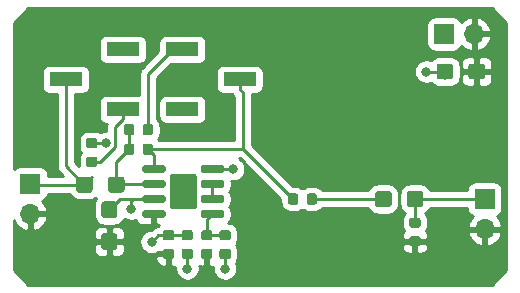
<source format=gbr>
G04 #@! TF.GenerationSoftware,KiCad,Pcbnew,(5.1.4)-1*
G04 #@! TF.CreationDate,2019-11-25T16:57:10-05:00*
G04 #@! TF.ProjectId,preamplifier,70726561-6d70-46c6-9966-6965722e6b69,rev?*
G04 #@! TF.SameCoordinates,Original*
G04 #@! TF.FileFunction,Copper,L1,Top*
G04 #@! TF.FilePolarity,Positive*
%FSLAX46Y46*%
G04 Gerber Fmt 4.6, Leading zero omitted, Abs format (unit mm)*
G04 Created by KiCad (PCBNEW (5.1.4)-1) date 2019-11-25 16:57:10*
%MOMM*%
%LPD*%
G04 APERTURE LIST*
%ADD10R,2.790000X1.190000*%
%ADD11C,0.150000*%
%ADD12C,0.600000*%
%ADD13C,2.290000*%
%ADD14C,0.875000*%
%ADD15O,1.700000X1.700000*%
%ADD16R,1.700000X1.700000*%
%ADD17C,1.350000*%
%ADD18C,0.800000*%
%ADD19C,0.250000*%
%ADD20C,0.254000*%
G04 APERTURE END LIST*
D10*
X77722000Y-62636400D03*
X82552000Y-60096400D03*
X77722000Y-57556400D03*
X72671400Y-57556400D03*
X67841400Y-60096400D03*
X72671400Y-62636400D03*
D11*
G36*
X81100703Y-67391722D02*
G01*
X81115264Y-67393882D01*
X81129543Y-67397459D01*
X81143403Y-67402418D01*
X81156710Y-67408712D01*
X81169336Y-67416280D01*
X81181159Y-67425048D01*
X81192066Y-67434934D01*
X81201952Y-67445841D01*
X81210720Y-67457664D01*
X81218288Y-67470290D01*
X81224582Y-67483597D01*
X81229541Y-67497457D01*
X81233118Y-67511736D01*
X81235278Y-67526297D01*
X81236000Y-67541000D01*
X81236000Y-67841000D01*
X81235278Y-67855703D01*
X81233118Y-67870264D01*
X81229541Y-67884543D01*
X81224582Y-67898403D01*
X81218288Y-67911710D01*
X81210720Y-67924336D01*
X81201952Y-67936159D01*
X81192066Y-67947066D01*
X81181159Y-67956952D01*
X81169336Y-67965720D01*
X81156710Y-67973288D01*
X81143403Y-67979582D01*
X81129543Y-67984541D01*
X81115264Y-67988118D01*
X81100703Y-67990278D01*
X81086000Y-67991000D01*
X79436000Y-67991000D01*
X79421297Y-67990278D01*
X79406736Y-67988118D01*
X79392457Y-67984541D01*
X79378597Y-67979582D01*
X79365290Y-67973288D01*
X79352664Y-67965720D01*
X79340841Y-67956952D01*
X79329934Y-67947066D01*
X79320048Y-67936159D01*
X79311280Y-67924336D01*
X79303712Y-67911710D01*
X79297418Y-67898403D01*
X79292459Y-67884543D01*
X79288882Y-67870264D01*
X79286722Y-67855703D01*
X79286000Y-67841000D01*
X79286000Y-67541000D01*
X79286722Y-67526297D01*
X79288882Y-67511736D01*
X79292459Y-67497457D01*
X79297418Y-67483597D01*
X79303712Y-67470290D01*
X79311280Y-67457664D01*
X79320048Y-67445841D01*
X79329934Y-67434934D01*
X79340841Y-67425048D01*
X79352664Y-67416280D01*
X79365290Y-67408712D01*
X79378597Y-67402418D01*
X79392457Y-67397459D01*
X79406736Y-67393882D01*
X79421297Y-67391722D01*
X79436000Y-67391000D01*
X81086000Y-67391000D01*
X81100703Y-67391722D01*
X81100703Y-67391722D01*
G37*
D12*
X80261000Y-67691000D03*
D11*
G36*
X81100703Y-68661722D02*
G01*
X81115264Y-68663882D01*
X81129543Y-68667459D01*
X81143403Y-68672418D01*
X81156710Y-68678712D01*
X81169336Y-68686280D01*
X81181159Y-68695048D01*
X81192066Y-68704934D01*
X81201952Y-68715841D01*
X81210720Y-68727664D01*
X81218288Y-68740290D01*
X81224582Y-68753597D01*
X81229541Y-68767457D01*
X81233118Y-68781736D01*
X81235278Y-68796297D01*
X81236000Y-68811000D01*
X81236000Y-69111000D01*
X81235278Y-69125703D01*
X81233118Y-69140264D01*
X81229541Y-69154543D01*
X81224582Y-69168403D01*
X81218288Y-69181710D01*
X81210720Y-69194336D01*
X81201952Y-69206159D01*
X81192066Y-69217066D01*
X81181159Y-69226952D01*
X81169336Y-69235720D01*
X81156710Y-69243288D01*
X81143403Y-69249582D01*
X81129543Y-69254541D01*
X81115264Y-69258118D01*
X81100703Y-69260278D01*
X81086000Y-69261000D01*
X79436000Y-69261000D01*
X79421297Y-69260278D01*
X79406736Y-69258118D01*
X79392457Y-69254541D01*
X79378597Y-69249582D01*
X79365290Y-69243288D01*
X79352664Y-69235720D01*
X79340841Y-69226952D01*
X79329934Y-69217066D01*
X79320048Y-69206159D01*
X79311280Y-69194336D01*
X79303712Y-69181710D01*
X79297418Y-69168403D01*
X79292459Y-69154543D01*
X79288882Y-69140264D01*
X79286722Y-69125703D01*
X79286000Y-69111000D01*
X79286000Y-68811000D01*
X79286722Y-68796297D01*
X79288882Y-68781736D01*
X79292459Y-68767457D01*
X79297418Y-68753597D01*
X79303712Y-68740290D01*
X79311280Y-68727664D01*
X79320048Y-68715841D01*
X79329934Y-68704934D01*
X79340841Y-68695048D01*
X79352664Y-68686280D01*
X79365290Y-68678712D01*
X79378597Y-68672418D01*
X79392457Y-68667459D01*
X79406736Y-68663882D01*
X79421297Y-68661722D01*
X79436000Y-68661000D01*
X81086000Y-68661000D01*
X81100703Y-68661722D01*
X81100703Y-68661722D01*
G37*
D12*
X80261000Y-68961000D03*
D11*
G36*
X81100703Y-69931722D02*
G01*
X81115264Y-69933882D01*
X81129543Y-69937459D01*
X81143403Y-69942418D01*
X81156710Y-69948712D01*
X81169336Y-69956280D01*
X81181159Y-69965048D01*
X81192066Y-69974934D01*
X81201952Y-69985841D01*
X81210720Y-69997664D01*
X81218288Y-70010290D01*
X81224582Y-70023597D01*
X81229541Y-70037457D01*
X81233118Y-70051736D01*
X81235278Y-70066297D01*
X81236000Y-70081000D01*
X81236000Y-70381000D01*
X81235278Y-70395703D01*
X81233118Y-70410264D01*
X81229541Y-70424543D01*
X81224582Y-70438403D01*
X81218288Y-70451710D01*
X81210720Y-70464336D01*
X81201952Y-70476159D01*
X81192066Y-70487066D01*
X81181159Y-70496952D01*
X81169336Y-70505720D01*
X81156710Y-70513288D01*
X81143403Y-70519582D01*
X81129543Y-70524541D01*
X81115264Y-70528118D01*
X81100703Y-70530278D01*
X81086000Y-70531000D01*
X79436000Y-70531000D01*
X79421297Y-70530278D01*
X79406736Y-70528118D01*
X79392457Y-70524541D01*
X79378597Y-70519582D01*
X79365290Y-70513288D01*
X79352664Y-70505720D01*
X79340841Y-70496952D01*
X79329934Y-70487066D01*
X79320048Y-70476159D01*
X79311280Y-70464336D01*
X79303712Y-70451710D01*
X79297418Y-70438403D01*
X79292459Y-70424543D01*
X79288882Y-70410264D01*
X79286722Y-70395703D01*
X79286000Y-70381000D01*
X79286000Y-70081000D01*
X79286722Y-70066297D01*
X79288882Y-70051736D01*
X79292459Y-70037457D01*
X79297418Y-70023597D01*
X79303712Y-70010290D01*
X79311280Y-69997664D01*
X79320048Y-69985841D01*
X79329934Y-69974934D01*
X79340841Y-69965048D01*
X79352664Y-69956280D01*
X79365290Y-69948712D01*
X79378597Y-69942418D01*
X79392457Y-69937459D01*
X79406736Y-69933882D01*
X79421297Y-69931722D01*
X79436000Y-69931000D01*
X81086000Y-69931000D01*
X81100703Y-69931722D01*
X81100703Y-69931722D01*
G37*
D12*
X80261000Y-70231000D03*
D11*
G36*
X81100703Y-71201722D02*
G01*
X81115264Y-71203882D01*
X81129543Y-71207459D01*
X81143403Y-71212418D01*
X81156710Y-71218712D01*
X81169336Y-71226280D01*
X81181159Y-71235048D01*
X81192066Y-71244934D01*
X81201952Y-71255841D01*
X81210720Y-71267664D01*
X81218288Y-71280290D01*
X81224582Y-71293597D01*
X81229541Y-71307457D01*
X81233118Y-71321736D01*
X81235278Y-71336297D01*
X81236000Y-71351000D01*
X81236000Y-71651000D01*
X81235278Y-71665703D01*
X81233118Y-71680264D01*
X81229541Y-71694543D01*
X81224582Y-71708403D01*
X81218288Y-71721710D01*
X81210720Y-71734336D01*
X81201952Y-71746159D01*
X81192066Y-71757066D01*
X81181159Y-71766952D01*
X81169336Y-71775720D01*
X81156710Y-71783288D01*
X81143403Y-71789582D01*
X81129543Y-71794541D01*
X81115264Y-71798118D01*
X81100703Y-71800278D01*
X81086000Y-71801000D01*
X79436000Y-71801000D01*
X79421297Y-71800278D01*
X79406736Y-71798118D01*
X79392457Y-71794541D01*
X79378597Y-71789582D01*
X79365290Y-71783288D01*
X79352664Y-71775720D01*
X79340841Y-71766952D01*
X79329934Y-71757066D01*
X79320048Y-71746159D01*
X79311280Y-71734336D01*
X79303712Y-71721710D01*
X79297418Y-71708403D01*
X79292459Y-71694543D01*
X79288882Y-71680264D01*
X79286722Y-71665703D01*
X79286000Y-71651000D01*
X79286000Y-71351000D01*
X79286722Y-71336297D01*
X79288882Y-71321736D01*
X79292459Y-71307457D01*
X79297418Y-71293597D01*
X79303712Y-71280290D01*
X79311280Y-71267664D01*
X79320048Y-71255841D01*
X79329934Y-71244934D01*
X79340841Y-71235048D01*
X79352664Y-71226280D01*
X79365290Y-71218712D01*
X79378597Y-71212418D01*
X79392457Y-71207459D01*
X79406736Y-71203882D01*
X79421297Y-71201722D01*
X79436000Y-71201000D01*
X81086000Y-71201000D01*
X81100703Y-71201722D01*
X81100703Y-71201722D01*
G37*
D12*
X80261000Y-71501000D03*
D11*
G36*
X76150703Y-71201722D02*
G01*
X76165264Y-71203882D01*
X76179543Y-71207459D01*
X76193403Y-71212418D01*
X76206710Y-71218712D01*
X76219336Y-71226280D01*
X76231159Y-71235048D01*
X76242066Y-71244934D01*
X76251952Y-71255841D01*
X76260720Y-71267664D01*
X76268288Y-71280290D01*
X76274582Y-71293597D01*
X76279541Y-71307457D01*
X76283118Y-71321736D01*
X76285278Y-71336297D01*
X76286000Y-71351000D01*
X76286000Y-71651000D01*
X76285278Y-71665703D01*
X76283118Y-71680264D01*
X76279541Y-71694543D01*
X76274582Y-71708403D01*
X76268288Y-71721710D01*
X76260720Y-71734336D01*
X76251952Y-71746159D01*
X76242066Y-71757066D01*
X76231159Y-71766952D01*
X76219336Y-71775720D01*
X76206710Y-71783288D01*
X76193403Y-71789582D01*
X76179543Y-71794541D01*
X76165264Y-71798118D01*
X76150703Y-71800278D01*
X76136000Y-71801000D01*
X74486000Y-71801000D01*
X74471297Y-71800278D01*
X74456736Y-71798118D01*
X74442457Y-71794541D01*
X74428597Y-71789582D01*
X74415290Y-71783288D01*
X74402664Y-71775720D01*
X74390841Y-71766952D01*
X74379934Y-71757066D01*
X74370048Y-71746159D01*
X74361280Y-71734336D01*
X74353712Y-71721710D01*
X74347418Y-71708403D01*
X74342459Y-71694543D01*
X74338882Y-71680264D01*
X74336722Y-71665703D01*
X74336000Y-71651000D01*
X74336000Y-71351000D01*
X74336722Y-71336297D01*
X74338882Y-71321736D01*
X74342459Y-71307457D01*
X74347418Y-71293597D01*
X74353712Y-71280290D01*
X74361280Y-71267664D01*
X74370048Y-71255841D01*
X74379934Y-71244934D01*
X74390841Y-71235048D01*
X74402664Y-71226280D01*
X74415290Y-71218712D01*
X74428597Y-71212418D01*
X74442457Y-71207459D01*
X74456736Y-71203882D01*
X74471297Y-71201722D01*
X74486000Y-71201000D01*
X76136000Y-71201000D01*
X76150703Y-71201722D01*
X76150703Y-71201722D01*
G37*
D12*
X75311000Y-71501000D03*
D11*
G36*
X76150703Y-69931722D02*
G01*
X76165264Y-69933882D01*
X76179543Y-69937459D01*
X76193403Y-69942418D01*
X76206710Y-69948712D01*
X76219336Y-69956280D01*
X76231159Y-69965048D01*
X76242066Y-69974934D01*
X76251952Y-69985841D01*
X76260720Y-69997664D01*
X76268288Y-70010290D01*
X76274582Y-70023597D01*
X76279541Y-70037457D01*
X76283118Y-70051736D01*
X76285278Y-70066297D01*
X76286000Y-70081000D01*
X76286000Y-70381000D01*
X76285278Y-70395703D01*
X76283118Y-70410264D01*
X76279541Y-70424543D01*
X76274582Y-70438403D01*
X76268288Y-70451710D01*
X76260720Y-70464336D01*
X76251952Y-70476159D01*
X76242066Y-70487066D01*
X76231159Y-70496952D01*
X76219336Y-70505720D01*
X76206710Y-70513288D01*
X76193403Y-70519582D01*
X76179543Y-70524541D01*
X76165264Y-70528118D01*
X76150703Y-70530278D01*
X76136000Y-70531000D01*
X74486000Y-70531000D01*
X74471297Y-70530278D01*
X74456736Y-70528118D01*
X74442457Y-70524541D01*
X74428597Y-70519582D01*
X74415290Y-70513288D01*
X74402664Y-70505720D01*
X74390841Y-70496952D01*
X74379934Y-70487066D01*
X74370048Y-70476159D01*
X74361280Y-70464336D01*
X74353712Y-70451710D01*
X74347418Y-70438403D01*
X74342459Y-70424543D01*
X74338882Y-70410264D01*
X74336722Y-70395703D01*
X74336000Y-70381000D01*
X74336000Y-70081000D01*
X74336722Y-70066297D01*
X74338882Y-70051736D01*
X74342459Y-70037457D01*
X74347418Y-70023597D01*
X74353712Y-70010290D01*
X74361280Y-69997664D01*
X74370048Y-69985841D01*
X74379934Y-69974934D01*
X74390841Y-69965048D01*
X74402664Y-69956280D01*
X74415290Y-69948712D01*
X74428597Y-69942418D01*
X74442457Y-69937459D01*
X74456736Y-69933882D01*
X74471297Y-69931722D01*
X74486000Y-69931000D01*
X76136000Y-69931000D01*
X76150703Y-69931722D01*
X76150703Y-69931722D01*
G37*
D12*
X75311000Y-70231000D03*
D11*
G36*
X76150703Y-68661722D02*
G01*
X76165264Y-68663882D01*
X76179543Y-68667459D01*
X76193403Y-68672418D01*
X76206710Y-68678712D01*
X76219336Y-68686280D01*
X76231159Y-68695048D01*
X76242066Y-68704934D01*
X76251952Y-68715841D01*
X76260720Y-68727664D01*
X76268288Y-68740290D01*
X76274582Y-68753597D01*
X76279541Y-68767457D01*
X76283118Y-68781736D01*
X76285278Y-68796297D01*
X76286000Y-68811000D01*
X76286000Y-69111000D01*
X76285278Y-69125703D01*
X76283118Y-69140264D01*
X76279541Y-69154543D01*
X76274582Y-69168403D01*
X76268288Y-69181710D01*
X76260720Y-69194336D01*
X76251952Y-69206159D01*
X76242066Y-69217066D01*
X76231159Y-69226952D01*
X76219336Y-69235720D01*
X76206710Y-69243288D01*
X76193403Y-69249582D01*
X76179543Y-69254541D01*
X76165264Y-69258118D01*
X76150703Y-69260278D01*
X76136000Y-69261000D01*
X74486000Y-69261000D01*
X74471297Y-69260278D01*
X74456736Y-69258118D01*
X74442457Y-69254541D01*
X74428597Y-69249582D01*
X74415290Y-69243288D01*
X74402664Y-69235720D01*
X74390841Y-69226952D01*
X74379934Y-69217066D01*
X74370048Y-69206159D01*
X74361280Y-69194336D01*
X74353712Y-69181710D01*
X74347418Y-69168403D01*
X74342459Y-69154543D01*
X74338882Y-69140264D01*
X74336722Y-69125703D01*
X74336000Y-69111000D01*
X74336000Y-68811000D01*
X74336722Y-68796297D01*
X74338882Y-68781736D01*
X74342459Y-68767457D01*
X74347418Y-68753597D01*
X74353712Y-68740290D01*
X74361280Y-68727664D01*
X74370048Y-68715841D01*
X74379934Y-68704934D01*
X74390841Y-68695048D01*
X74402664Y-68686280D01*
X74415290Y-68678712D01*
X74428597Y-68672418D01*
X74442457Y-68667459D01*
X74456736Y-68663882D01*
X74471297Y-68661722D01*
X74486000Y-68661000D01*
X76136000Y-68661000D01*
X76150703Y-68661722D01*
X76150703Y-68661722D01*
G37*
D12*
X75311000Y-68961000D03*
D11*
G36*
X76150703Y-67391722D02*
G01*
X76165264Y-67393882D01*
X76179543Y-67397459D01*
X76193403Y-67402418D01*
X76206710Y-67408712D01*
X76219336Y-67416280D01*
X76231159Y-67425048D01*
X76242066Y-67434934D01*
X76251952Y-67445841D01*
X76260720Y-67457664D01*
X76268288Y-67470290D01*
X76274582Y-67483597D01*
X76279541Y-67497457D01*
X76283118Y-67511736D01*
X76285278Y-67526297D01*
X76286000Y-67541000D01*
X76286000Y-67841000D01*
X76285278Y-67855703D01*
X76283118Y-67870264D01*
X76279541Y-67884543D01*
X76274582Y-67898403D01*
X76268288Y-67911710D01*
X76260720Y-67924336D01*
X76251952Y-67936159D01*
X76242066Y-67947066D01*
X76231159Y-67956952D01*
X76219336Y-67965720D01*
X76206710Y-67973288D01*
X76193403Y-67979582D01*
X76179543Y-67984541D01*
X76165264Y-67988118D01*
X76150703Y-67990278D01*
X76136000Y-67991000D01*
X74486000Y-67991000D01*
X74471297Y-67990278D01*
X74456736Y-67988118D01*
X74442457Y-67984541D01*
X74428597Y-67979582D01*
X74415290Y-67973288D01*
X74402664Y-67965720D01*
X74390841Y-67956952D01*
X74379934Y-67947066D01*
X74370048Y-67936159D01*
X74361280Y-67924336D01*
X74353712Y-67911710D01*
X74347418Y-67898403D01*
X74342459Y-67884543D01*
X74338882Y-67870264D01*
X74336722Y-67855703D01*
X74336000Y-67841000D01*
X74336000Y-67541000D01*
X74336722Y-67526297D01*
X74338882Y-67511736D01*
X74342459Y-67497457D01*
X74347418Y-67483597D01*
X74353712Y-67470290D01*
X74361280Y-67457664D01*
X74370048Y-67445841D01*
X74379934Y-67434934D01*
X74390841Y-67425048D01*
X74402664Y-67416280D01*
X74415290Y-67408712D01*
X74428597Y-67402418D01*
X74442457Y-67397459D01*
X74456736Y-67393882D01*
X74471297Y-67391722D01*
X74486000Y-67391000D01*
X76136000Y-67391000D01*
X76150703Y-67391722D01*
X76150703Y-67391722D01*
G37*
D12*
X75311000Y-67691000D03*
D11*
G36*
X78705505Y-68097204D02*
G01*
X78729773Y-68100804D01*
X78753572Y-68106765D01*
X78776671Y-68115030D01*
X78798850Y-68125520D01*
X78819893Y-68138132D01*
X78839599Y-68152747D01*
X78857777Y-68169223D01*
X78874253Y-68187401D01*
X78888868Y-68207107D01*
X78901480Y-68228150D01*
X78911970Y-68250329D01*
X78920235Y-68273428D01*
X78926196Y-68297227D01*
X78929796Y-68321495D01*
X78931000Y-68345999D01*
X78931000Y-70846001D01*
X78929796Y-70870505D01*
X78926196Y-70894773D01*
X78920235Y-70918572D01*
X78911970Y-70941671D01*
X78901480Y-70963850D01*
X78888868Y-70984893D01*
X78874253Y-71004599D01*
X78857777Y-71022777D01*
X78839599Y-71039253D01*
X78819893Y-71053868D01*
X78798850Y-71066480D01*
X78776671Y-71076970D01*
X78753572Y-71085235D01*
X78729773Y-71091196D01*
X78705505Y-71094796D01*
X78681001Y-71096000D01*
X76890999Y-71096000D01*
X76866495Y-71094796D01*
X76842227Y-71091196D01*
X76818428Y-71085235D01*
X76795329Y-71076970D01*
X76773150Y-71066480D01*
X76752107Y-71053868D01*
X76732401Y-71039253D01*
X76714223Y-71022777D01*
X76697747Y-71004599D01*
X76683132Y-70984893D01*
X76670520Y-70963850D01*
X76660030Y-70941671D01*
X76651765Y-70918572D01*
X76645804Y-70894773D01*
X76642204Y-70870505D01*
X76641000Y-70846001D01*
X76641000Y-68345999D01*
X76642204Y-68321495D01*
X76645804Y-68297227D01*
X76651765Y-68273428D01*
X76660030Y-68250329D01*
X76670520Y-68228150D01*
X76683132Y-68207107D01*
X76697747Y-68187401D01*
X76714223Y-68169223D01*
X76732401Y-68152747D01*
X76752107Y-68138132D01*
X76773150Y-68125520D01*
X76795329Y-68115030D01*
X76818428Y-68106765D01*
X76842227Y-68100804D01*
X76866495Y-68097204D01*
X76890999Y-68096000D01*
X78681001Y-68096000D01*
X78705505Y-68097204D01*
X78705505Y-68097204D01*
G37*
D13*
X77786000Y-69596000D03*
D11*
G36*
X80059091Y-74442853D02*
G01*
X80080326Y-74446003D01*
X80101150Y-74451219D01*
X80121362Y-74458451D01*
X80140768Y-74467630D01*
X80159181Y-74478666D01*
X80176424Y-74491454D01*
X80192330Y-74505870D01*
X80206746Y-74521776D01*
X80219534Y-74539019D01*
X80230570Y-74557432D01*
X80239749Y-74576838D01*
X80246981Y-74597050D01*
X80252197Y-74617874D01*
X80255347Y-74639109D01*
X80256400Y-74660550D01*
X80256400Y-75098050D01*
X80255347Y-75119491D01*
X80252197Y-75140726D01*
X80246981Y-75161550D01*
X80239749Y-75181762D01*
X80230570Y-75201168D01*
X80219534Y-75219581D01*
X80206746Y-75236824D01*
X80192330Y-75252730D01*
X80176424Y-75267146D01*
X80159181Y-75279934D01*
X80140768Y-75290970D01*
X80121362Y-75300149D01*
X80101150Y-75307381D01*
X80080326Y-75312597D01*
X80059091Y-75315747D01*
X80037650Y-75316800D01*
X79525150Y-75316800D01*
X79503709Y-75315747D01*
X79482474Y-75312597D01*
X79461650Y-75307381D01*
X79441438Y-75300149D01*
X79422032Y-75290970D01*
X79403619Y-75279934D01*
X79386376Y-75267146D01*
X79370470Y-75252730D01*
X79356054Y-75236824D01*
X79343266Y-75219581D01*
X79332230Y-75201168D01*
X79323051Y-75181762D01*
X79315819Y-75161550D01*
X79310603Y-75140726D01*
X79307453Y-75119491D01*
X79306400Y-75098050D01*
X79306400Y-74660550D01*
X79307453Y-74639109D01*
X79310603Y-74617874D01*
X79315819Y-74597050D01*
X79323051Y-74576838D01*
X79332230Y-74557432D01*
X79343266Y-74539019D01*
X79356054Y-74521776D01*
X79370470Y-74505870D01*
X79386376Y-74491454D01*
X79403619Y-74478666D01*
X79422032Y-74467630D01*
X79441438Y-74458451D01*
X79461650Y-74451219D01*
X79482474Y-74446003D01*
X79503709Y-74442853D01*
X79525150Y-74441800D01*
X80037650Y-74441800D01*
X80059091Y-74442853D01*
X80059091Y-74442853D01*
G37*
D14*
X79781400Y-74879300D03*
D11*
G36*
X80059091Y-72867853D02*
G01*
X80080326Y-72871003D01*
X80101150Y-72876219D01*
X80121362Y-72883451D01*
X80140768Y-72892630D01*
X80159181Y-72903666D01*
X80176424Y-72916454D01*
X80192330Y-72930870D01*
X80206746Y-72946776D01*
X80219534Y-72964019D01*
X80230570Y-72982432D01*
X80239749Y-73001838D01*
X80246981Y-73022050D01*
X80252197Y-73042874D01*
X80255347Y-73064109D01*
X80256400Y-73085550D01*
X80256400Y-73523050D01*
X80255347Y-73544491D01*
X80252197Y-73565726D01*
X80246981Y-73586550D01*
X80239749Y-73606762D01*
X80230570Y-73626168D01*
X80219534Y-73644581D01*
X80206746Y-73661824D01*
X80192330Y-73677730D01*
X80176424Y-73692146D01*
X80159181Y-73704934D01*
X80140768Y-73715970D01*
X80121362Y-73725149D01*
X80101150Y-73732381D01*
X80080326Y-73737597D01*
X80059091Y-73740747D01*
X80037650Y-73741800D01*
X79525150Y-73741800D01*
X79503709Y-73740747D01*
X79482474Y-73737597D01*
X79461650Y-73732381D01*
X79441438Y-73725149D01*
X79422032Y-73715970D01*
X79403619Y-73704934D01*
X79386376Y-73692146D01*
X79370470Y-73677730D01*
X79356054Y-73661824D01*
X79343266Y-73644581D01*
X79332230Y-73626168D01*
X79323051Y-73606762D01*
X79315819Y-73586550D01*
X79310603Y-73565726D01*
X79307453Y-73544491D01*
X79306400Y-73523050D01*
X79306400Y-73085550D01*
X79307453Y-73064109D01*
X79310603Y-73042874D01*
X79315819Y-73022050D01*
X79323051Y-73001838D01*
X79332230Y-72982432D01*
X79343266Y-72964019D01*
X79356054Y-72946776D01*
X79370470Y-72930870D01*
X79386376Y-72916454D01*
X79403619Y-72903666D01*
X79422032Y-72892630D01*
X79441438Y-72883451D01*
X79461650Y-72876219D01*
X79482474Y-72871003D01*
X79503709Y-72867853D01*
X79525150Y-72866800D01*
X80037650Y-72866800D01*
X80059091Y-72867853D01*
X80059091Y-72867853D01*
G37*
D14*
X79781400Y-73304300D03*
D11*
G36*
X81608491Y-72867853D02*
G01*
X81629726Y-72871003D01*
X81650550Y-72876219D01*
X81670762Y-72883451D01*
X81690168Y-72892630D01*
X81708581Y-72903666D01*
X81725824Y-72916454D01*
X81741730Y-72930870D01*
X81756146Y-72946776D01*
X81768934Y-72964019D01*
X81779970Y-72982432D01*
X81789149Y-73001838D01*
X81796381Y-73022050D01*
X81801597Y-73042874D01*
X81804747Y-73064109D01*
X81805800Y-73085550D01*
X81805800Y-73523050D01*
X81804747Y-73544491D01*
X81801597Y-73565726D01*
X81796381Y-73586550D01*
X81789149Y-73606762D01*
X81779970Y-73626168D01*
X81768934Y-73644581D01*
X81756146Y-73661824D01*
X81741730Y-73677730D01*
X81725824Y-73692146D01*
X81708581Y-73704934D01*
X81690168Y-73715970D01*
X81670762Y-73725149D01*
X81650550Y-73732381D01*
X81629726Y-73737597D01*
X81608491Y-73740747D01*
X81587050Y-73741800D01*
X81074550Y-73741800D01*
X81053109Y-73740747D01*
X81031874Y-73737597D01*
X81011050Y-73732381D01*
X80990838Y-73725149D01*
X80971432Y-73715970D01*
X80953019Y-73704934D01*
X80935776Y-73692146D01*
X80919870Y-73677730D01*
X80905454Y-73661824D01*
X80892666Y-73644581D01*
X80881630Y-73626168D01*
X80872451Y-73606762D01*
X80865219Y-73586550D01*
X80860003Y-73565726D01*
X80856853Y-73544491D01*
X80855800Y-73523050D01*
X80855800Y-73085550D01*
X80856853Y-73064109D01*
X80860003Y-73042874D01*
X80865219Y-73022050D01*
X80872451Y-73001838D01*
X80881630Y-72982432D01*
X80892666Y-72964019D01*
X80905454Y-72946776D01*
X80919870Y-72930870D01*
X80935776Y-72916454D01*
X80953019Y-72903666D01*
X80971432Y-72892630D01*
X80990838Y-72883451D01*
X81011050Y-72876219D01*
X81031874Y-72871003D01*
X81053109Y-72867853D01*
X81074550Y-72866800D01*
X81587050Y-72866800D01*
X81608491Y-72867853D01*
X81608491Y-72867853D01*
G37*
D14*
X81330800Y-73304300D03*
D11*
G36*
X81608491Y-74442853D02*
G01*
X81629726Y-74446003D01*
X81650550Y-74451219D01*
X81670762Y-74458451D01*
X81690168Y-74467630D01*
X81708581Y-74478666D01*
X81725824Y-74491454D01*
X81741730Y-74505870D01*
X81756146Y-74521776D01*
X81768934Y-74539019D01*
X81779970Y-74557432D01*
X81789149Y-74576838D01*
X81796381Y-74597050D01*
X81801597Y-74617874D01*
X81804747Y-74639109D01*
X81805800Y-74660550D01*
X81805800Y-75098050D01*
X81804747Y-75119491D01*
X81801597Y-75140726D01*
X81796381Y-75161550D01*
X81789149Y-75181762D01*
X81779970Y-75201168D01*
X81768934Y-75219581D01*
X81756146Y-75236824D01*
X81741730Y-75252730D01*
X81725824Y-75267146D01*
X81708581Y-75279934D01*
X81690168Y-75290970D01*
X81670762Y-75300149D01*
X81650550Y-75307381D01*
X81629726Y-75312597D01*
X81608491Y-75315747D01*
X81587050Y-75316800D01*
X81074550Y-75316800D01*
X81053109Y-75315747D01*
X81031874Y-75312597D01*
X81011050Y-75307381D01*
X80990838Y-75300149D01*
X80971432Y-75290970D01*
X80953019Y-75279934D01*
X80935776Y-75267146D01*
X80919870Y-75252730D01*
X80905454Y-75236824D01*
X80892666Y-75219581D01*
X80881630Y-75201168D01*
X80872451Y-75181762D01*
X80865219Y-75161550D01*
X80860003Y-75140726D01*
X80856853Y-75119491D01*
X80855800Y-75098050D01*
X80855800Y-74660550D01*
X80856853Y-74639109D01*
X80860003Y-74617874D01*
X80865219Y-74597050D01*
X80872451Y-74576838D01*
X80881630Y-74557432D01*
X80892666Y-74539019D01*
X80905454Y-74521776D01*
X80919870Y-74505870D01*
X80935776Y-74491454D01*
X80953019Y-74478666D01*
X80971432Y-74467630D01*
X80990838Y-74458451D01*
X81011050Y-74451219D01*
X81031874Y-74446003D01*
X81053109Y-74442853D01*
X81074550Y-74441800D01*
X81587050Y-74441800D01*
X81608491Y-74442853D01*
X81608491Y-74442853D01*
G37*
D14*
X81330800Y-74879300D03*
D11*
G36*
X97686691Y-73376053D02*
G01*
X97707926Y-73379203D01*
X97728750Y-73384419D01*
X97748962Y-73391651D01*
X97768368Y-73400830D01*
X97786781Y-73411866D01*
X97804024Y-73424654D01*
X97819930Y-73439070D01*
X97834346Y-73454976D01*
X97847134Y-73472219D01*
X97858170Y-73490632D01*
X97867349Y-73510038D01*
X97874581Y-73530250D01*
X97879797Y-73551074D01*
X97882947Y-73572309D01*
X97884000Y-73593750D01*
X97884000Y-74031250D01*
X97882947Y-74052691D01*
X97879797Y-74073926D01*
X97874581Y-74094750D01*
X97867349Y-74114962D01*
X97858170Y-74134368D01*
X97847134Y-74152781D01*
X97834346Y-74170024D01*
X97819930Y-74185930D01*
X97804024Y-74200346D01*
X97786781Y-74213134D01*
X97768368Y-74224170D01*
X97748962Y-74233349D01*
X97728750Y-74240581D01*
X97707926Y-74245797D01*
X97686691Y-74248947D01*
X97665250Y-74250000D01*
X97152750Y-74250000D01*
X97131309Y-74248947D01*
X97110074Y-74245797D01*
X97089250Y-74240581D01*
X97069038Y-74233349D01*
X97049632Y-74224170D01*
X97031219Y-74213134D01*
X97013976Y-74200346D01*
X96998070Y-74185930D01*
X96983654Y-74170024D01*
X96970866Y-74152781D01*
X96959830Y-74134368D01*
X96950651Y-74114962D01*
X96943419Y-74094750D01*
X96938203Y-74073926D01*
X96935053Y-74052691D01*
X96934000Y-74031250D01*
X96934000Y-73593750D01*
X96935053Y-73572309D01*
X96938203Y-73551074D01*
X96943419Y-73530250D01*
X96950651Y-73510038D01*
X96959830Y-73490632D01*
X96970866Y-73472219D01*
X96983654Y-73454976D01*
X96998070Y-73439070D01*
X97013976Y-73424654D01*
X97031219Y-73411866D01*
X97049632Y-73400830D01*
X97069038Y-73391651D01*
X97089250Y-73384419D01*
X97110074Y-73379203D01*
X97131309Y-73376053D01*
X97152750Y-73375000D01*
X97665250Y-73375000D01*
X97686691Y-73376053D01*
X97686691Y-73376053D01*
G37*
D14*
X97409000Y-73812500D03*
D11*
G36*
X97686691Y-71801053D02*
G01*
X97707926Y-71804203D01*
X97728750Y-71809419D01*
X97748962Y-71816651D01*
X97768368Y-71825830D01*
X97786781Y-71836866D01*
X97804024Y-71849654D01*
X97819930Y-71864070D01*
X97834346Y-71879976D01*
X97847134Y-71897219D01*
X97858170Y-71915632D01*
X97867349Y-71935038D01*
X97874581Y-71955250D01*
X97879797Y-71976074D01*
X97882947Y-71997309D01*
X97884000Y-72018750D01*
X97884000Y-72456250D01*
X97882947Y-72477691D01*
X97879797Y-72498926D01*
X97874581Y-72519750D01*
X97867349Y-72539962D01*
X97858170Y-72559368D01*
X97847134Y-72577781D01*
X97834346Y-72595024D01*
X97819930Y-72610930D01*
X97804024Y-72625346D01*
X97786781Y-72638134D01*
X97768368Y-72649170D01*
X97748962Y-72658349D01*
X97728750Y-72665581D01*
X97707926Y-72670797D01*
X97686691Y-72673947D01*
X97665250Y-72675000D01*
X97152750Y-72675000D01*
X97131309Y-72673947D01*
X97110074Y-72670797D01*
X97089250Y-72665581D01*
X97069038Y-72658349D01*
X97049632Y-72649170D01*
X97031219Y-72638134D01*
X97013976Y-72625346D01*
X96998070Y-72610930D01*
X96983654Y-72595024D01*
X96970866Y-72577781D01*
X96959830Y-72559368D01*
X96950651Y-72539962D01*
X96943419Y-72519750D01*
X96938203Y-72498926D01*
X96935053Y-72477691D01*
X96934000Y-72456250D01*
X96934000Y-72018750D01*
X96935053Y-71997309D01*
X96938203Y-71976074D01*
X96943419Y-71955250D01*
X96950651Y-71935038D01*
X96959830Y-71915632D01*
X96970866Y-71897219D01*
X96983654Y-71879976D01*
X96998070Y-71864070D01*
X97013976Y-71849654D01*
X97031219Y-71836866D01*
X97049632Y-71825830D01*
X97069038Y-71816651D01*
X97089250Y-71809419D01*
X97110074Y-71804203D01*
X97131309Y-71801053D01*
X97152750Y-71800000D01*
X97665250Y-71800000D01*
X97686691Y-71801053D01*
X97686691Y-71801053D01*
G37*
D14*
X97409000Y-72237500D03*
D11*
G36*
X76820591Y-74442853D02*
G01*
X76841826Y-74446003D01*
X76862650Y-74451219D01*
X76882862Y-74458451D01*
X76902268Y-74467630D01*
X76920681Y-74478666D01*
X76937924Y-74491454D01*
X76953830Y-74505870D01*
X76968246Y-74521776D01*
X76981034Y-74539019D01*
X76992070Y-74557432D01*
X77001249Y-74576838D01*
X77008481Y-74597050D01*
X77013697Y-74617874D01*
X77016847Y-74639109D01*
X77017900Y-74660550D01*
X77017900Y-75098050D01*
X77016847Y-75119491D01*
X77013697Y-75140726D01*
X77008481Y-75161550D01*
X77001249Y-75181762D01*
X76992070Y-75201168D01*
X76981034Y-75219581D01*
X76968246Y-75236824D01*
X76953830Y-75252730D01*
X76937924Y-75267146D01*
X76920681Y-75279934D01*
X76902268Y-75290970D01*
X76882862Y-75300149D01*
X76862650Y-75307381D01*
X76841826Y-75312597D01*
X76820591Y-75315747D01*
X76799150Y-75316800D01*
X76286650Y-75316800D01*
X76265209Y-75315747D01*
X76243974Y-75312597D01*
X76223150Y-75307381D01*
X76202938Y-75300149D01*
X76183532Y-75290970D01*
X76165119Y-75279934D01*
X76147876Y-75267146D01*
X76131970Y-75252730D01*
X76117554Y-75236824D01*
X76104766Y-75219581D01*
X76093730Y-75201168D01*
X76084551Y-75181762D01*
X76077319Y-75161550D01*
X76072103Y-75140726D01*
X76068953Y-75119491D01*
X76067900Y-75098050D01*
X76067900Y-74660550D01*
X76068953Y-74639109D01*
X76072103Y-74617874D01*
X76077319Y-74597050D01*
X76084551Y-74576838D01*
X76093730Y-74557432D01*
X76104766Y-74539019D01*
X76117554Y-74521776D01*
X76131970Y-74505870D01*
X76147876Y-74491454D01*
X76165119Y-74478666D01*
X76183532Y-74467630D01*
X76202938Y-74458451D01*
X76223150Y-74451219D01*
X76243974Y-74446003D01*
X76265209Y-74442853D01*
X76286650Y-74441800D01*
X76799150Y-74441800D01*
X76820591Y-74442853D01*
X76820591Y-74442853D01*
G37*
D14*
X76542900Y-74879300D03*
D11*
G36*
X76820591Y-72867853D02*
G01*
X76841826Y-72871003D01*
X76862650Y-72876219D01*
X76882862Y-72883451D01*
X76902268Y-72892630D01*
X76920681Y-72903666D01*
X76937924Y-72916454D01*
X76953830Y-72930870D01*
X76968246Y-72946776D01*
X76981034Y-72964019D01*
X76992070Y-72982432D01*
X77001249Y-73001838D01*
X77008481Y-73022050D01*
X77013697Y-73042874D01*
X77016847Y-73064109D01*
X77017900Y-73085550D01*
X77017900Y-73523050D01*
X77016847Y-73544491D01*
X77013697Y-73565726D01*
X77008481Y-73586550D01*
X77001249Y-73606762D01*
X76992070Y-73626168D01*
X76981034Y-73644581D01*
X76968246Y-73661824D01*
X76953830Y-73677730D01*
X76937924Y-73692146D01*
X76920681Y-73704934D01*
X76902268Y-73715970D01*
X76882862Y-73725149D01*
X76862650Y-73732381D01*
X76841826Y-73737597D01*
X76820591Y-73740747D01*
X76799150Y-73741800D01*
X76286650Y-73741800D01*
X76265209Y-73740747D01*
X76243974Y-73737597D01*
X76223150Y-73732381D01*
X76202938Y-73725149D01*
X76183532Y-73715970D01*
X76165119Y-73704934D01*
X76147876Y-73692146D01*
X76131970Y-73677730D01*
X76117554Y-73661824D01*
X76104766Y-73644581D01*
X76093730Y-73626168D01*
X76084551Y-73606762D01*
X76077319Y-73586550D01*
X76072103Y-73565726D01*
X76068953Y-73544491D01*
X76067900Y-73523050D01*
X76067900Y-73085550D01*
X76068953Y-73064109D01*
X76072103Y-73042874D01*
X76077319Y-73022050D01*
X76084551Y-73001838D01*
X76093730Y-72982432D01*
X76104766Y-72964019D01*
X76117554Y-72946776D01*
X76131970Y-72930870D01*
X76147876Y-72916454D01*
X76165119Y-72903666D01*
X76183532Y-72892630D01*
X76202938Y-72883451D01*
X76223150Y-72876219D01*
X76243974Y-72871003D01*
X76265209Y-72867853D01*
X76286650Y-72866800D01*
X76799150Y-72866800D01*
X76820591Y-72867853D01*
X76820591Y-72867853D01*
G37*
D14*
X76542900Y-73304300D03*
D11*
G36*
X87336691Y-69757053D02*
G01*
X87357926Y-69760203D01*
X87378750Y-69765419D01*
X87398962Y-69772651D01*
X87418368Y-69781830D01*
X87436781Y-69792866D01*
X87454024Y-69805654D01*
X87469930Y-69820070D01*
X87484346Y-69835976D01*
X87497134Y-69853219D01*
X87508170Y-69871632D01*
X87517349Y-69891038D01*
X87524581Y-69911250D01*
X87529797Y-69932074D01*
X87532947Y-69953309D01*
X87534000Y-69974750D01*
X87534000Y-70487250D01*
X87532947Y-70508691D01*
X87529797Y-70529926D01*
X87524581Y-70550750D01*
X87517349Y-70570962D01*
X87508170Y-70590368D01*
X87497134Y-70608781D01*
X87484346Y-70626024D01*
X87469930Y-70641930D01*
X87454024Y-70656346D01*
X87436781Y-70669134D01*
X87418368Y-70680170D01*
X87398962Y-70689349D01*
X87378750Y-70696581D01*
X87357926Y-70701797D01*
X87336691Y-70704947D01*
X87315250Y-70706000D01*
X86877750Y-70706000D01*
X86856309Y-70704947D01*
X86835074Y-70701797D01*
X86814250Y-70696581D01*
X86794038Y-70689349D01*
X86774632Y-70680170D01*
X86756219Y-70669134D01*
X86738976Y-70656346D01*
X86723070Y-70641930D01*
X86708654Y-70626024D01*
X86695866Y-70608781D01*
X86684830Y-70590368D01*
X86675651Y-70570962D01*
X86668419Y-70550750D01*
X86663203Y-70529926D01*
X86660053Y-70508691D01*
X86659000Y-70487250D01*
X86659000Y-69974750D01*
X86660053Y-69953309D01*
X86663203Y-69932074D01*
X86668419Y-69911250D01*
X86675651Y-69891038D01*
X86684830Y-69871632D01*
X86695866Y-69853219D01*
X86708654Y-69835976D01*
X86723070Y-69820070D01*
X86738976Y-69805654D01*
X86756219Y-69792866D01*
X86774632Y-69781830D01*
X86794038Y-69772651D01*
X86814250Y-69765419D01*
X86835074Y-69760203D01*
X86856309Y-69757053D01*
X86877750Y-69756000D01*
X87315250Y-69756000D01*
X87336691Y-69757053D01*
X87336691Y-69757053D01*
G37*
D14*
X87096500Y-70231000D03*
D11*
G36*
X88911691Y-69757053D02*
G01*
X88932926Y-69760203D01*
X88953750Y-69765419D01*
X88973962Y-69772651D01*
X88993368Y-69781830D01*
X89011781Y-69792866D01*
X89029024Y-69805654D01*
X89044930Y-69820070D01*
X89059346Y-69835976D01*
X89072134Y-69853219D01*
X89083170Y-69871632D01*
X89092349Y-69891038D01*
X89099581Y-69911250D01*
X89104797Y-69932074D01*
X89107947Y-69953309D01*
X89109000Y-69974750D01*
X89109000Y-70487250D01*
X89107947Y-70508691D01*
X89104797Y-70529926D01*
X89099581Y-70550750D01*
X89092349Y-70570962D01*
X89083170Y-70590368D01*
X89072134Y-70608781D01*
X89059346Y-70626024D01*
X89044930Y-70641930D01*
X89029024Y-70656346D01*
X89011781Y-70669134D01*
X88993368Y-70680170D01*
X88973962Y-70689349D01*
X88953750Y-70696581D01*
X88932926Y-70701797D01*
X88911691Y-70704947D01*
X88890250Y-70706000D01*
X88452750Y-70706000D01*
X88431309Y-70704947D01*
X88410074Y-70701797D01*
X88389250Y-70696581D01*
X88369038Y-70689349D01*
X88349632Y-70680170D01*
X88331219Y-70669134D01*
X88313976Y-70656346D01*
X88298070Y-70641930D01*
X88283654Y-70626024D01*
X88270866Y-70608781D01*
X88259830Y-70590368D01*
X88250651Y-70570962D01*
X88243419Y-70550750D01*
X88238203Y-70529926D01*
X88235053Y-70508691D01*
X88234000Y-70487250D01*
X88234000Y-69974750D01*
X88235053Y-69953309D01*
X88238203Y-69932074D01*
X88243419Y-69911250D01*
X88250651Y-69891038D01*
X88259830Y-69871632D01*
X88270866Y-69853219D01*
X88283654Y-69835976D01*
X88298070Y-69820070D01*
X88313976Y-69805654D01*
X88331219Y-69792866D01*
X88349632Y-69781830D01*
X88369038Y-69772651D01*
X88389250Y-69765419D01*
X88410074Y-69760203D01*
X88431309Y-69757053D01*
X88452750Y-69756000D01*
X88890250Y-69756000D01*
X88911691Y-69757053D01*
X88911691Y-69757053D01*
G37*
D14*
X88671500Y-70231000D03*
D11*
G36*
X78408091Y-72867953D02*
G01*
X78429326Y-72871103D01*
X78450150Y-72876319D01*
X78470362Y-72883551D01*
X78489768Y-72892730D01*
X78508181Y-72903766D01*
X78525424Y-72916554D01*
X78541330Y-72930970D01*
X78555746Y-72946876D01*
X78568534Y-72964119D01*
X78579570Y-72982532D01*
X78588749Y-73001938D01*
X78595981Y-73022150D01*
X78601197Y-73042974D01*
X78604347Y-73064209D01*
X78605400Y-73085650D01*
X78605400Y-73523150D01*
X78604347Y-73544591D01*
X78601197Y-73565826D01*
X78595981Y-73586650D01*
X78588749Y-73606862D01*
X78579570Y-73626268D01*
X78568534Y-73644681D01*
X78555746Y-73661924D01*
X78541330Y-73677830D01*
X78525424Y-73692246D01*
X78508181Y-73705034D01*
X78489768Y-73716070D01*
X78470362Y-73725249D01*
X78450150Y-73732481D01*
X78429326Y-73737697D01*
X78408091Y-73740847D01*
X78386650Y-73741900D01*
X77874150Y-73741900D01*
X77852709Y-73740847D01*
X77831474Y-73737697D01*
X77810650Y-73732481D01*
X77790438Y-73725249D01*
X77771032Y-73716070D01*
X77752619Y-73705034D01*
X77735376Y-73692246D01*
X77719470Y-73677830D01*
X77705054Y-73661924D01*
X77692266Y-73644681D01*
X77681230Y-73626268D01*
X77672051Y-73606862D01*
X77664819Y-73586650D01*
X77659603Y-73565826D01*
X77656453Y-73544591D01*
X77655400Y-73523150D01*
X77655400Y-73085650D01*
X77656453Y-73064209D01*
X77659603Y-73042974D01*
X77664819Y-73022150D01*
X77672051Y-73001938D01*
X77681230Y-72982532D01*
X77692266Y-72964119D01*
X77705054Y-72946876D01*
X77719470Y-72930970D01*
X77735376Y-72916554D01*
X77752619Y-72903766D01*
X77771032Y-72892730D01*
X77790438Y-72883551D01*
X77810650Y-72876319D01*
X77831474Y-72871103D01*
X77852709Y-72867953D01*
X77874150Y-72866900D01*
X78386650Y-72866900D01*
X78408091Y-72867953D01*
X78408091Y-72867953D01*
G37*
D14*
X78130400Y-73304400D03*
D11*
G36*
X78408091Y-74442953D02*
G01*
X78429326Y-74446103D01*
X78450150Y-74451319D01*
X78470362Y-74458551D01*
X78489768Y-74467730D01*
X78508181Y-74478766D01*
X78525424Y-74491554D01*
X78541330Y-74505970D01*
X78555746Y-74521876D01*
X78568534Y-74539119D01*
X78579570Y-74557532D01*
X78588749Y-74576938D01*
X78595981Y-74597150D01*
X78601197Y-74617974D01*
X78604347Y-74639209D01*
X78605400Y-74660650D01*
X78605400Y-75098150D01*
X78604347Y-75119591D01*
X78601197Y-75140826D01*
X78595981Y-75161650D01*
X78588749Y-75181862D01*
X78579570Y-75201268D01*
X78568534Y-75219681D01*
X78555746Y-75236924D01*
X78541330Y-75252830D01*
X78525424Y-75267246D01*
X78508181Y-75280034D01*
X78489768Y-75291070D01*
X78470362Y-75300249D01*
X78450150Y-75307481D01*
X78429326Y-75312697D01*
X78408091Y-75315847D01*
X78386650Y-75316900D01*
X77874150Y-75316900D01*
X77852709Y-75315847D01*
X77831474Y-75312697D01*
X77810650Y-75307481D01*
X77790438Y-75300249D01*
X77771032Y-75291070D01*
X77752619Y-75280034D01*
X77735376Y-75267246D01*
X77719470Y-75252830D01*
X77705054Y-75236924D01*
X77692266Y-75219681D01*
X77681230Y-75201268D01*
X77672051Y-75181862D01*
X77664819Y-75161650D01*
X77659603Y-75140826D01*
X77656453Y-75119591D01*
X77655400Y-75098150D01*
X77655400Y-74660650D01*
X77656453Y-74639209D01*
X77659603Y-74617974D01*
X77664819Y-74597150D01*
X77672051Y-74576938D01*
X77681230Y-74557532D01*
X77692266Y-74539119D01*
X77705054Y-74521876D01*
X77719470Y-74505970D01*
X77735376Y-74491554D01*
X77752619Y-74478766D01*
X77771032Y-74467730D01*
X77790438Y-74458551D01*
X77810650Y-74451319D01*
X77831474Y-74446103D01*
X77852709Y-74442953D01*
X77874150Y-74441900D01*
X78386650Y-74441900D01*
X78408091Y-74442953D01*
X78408091Y-74442953D01*
G37*
D14*
X78130400Y-74879400D03*
D11*
G36*
X75030591Y-63889653D02*
G01*
X75051826Y-63892803D01*
X75072650Y-63898019D01*
X75092862Y-63905251D01*
X75112268Y-63914430D01*
X75130681Y-63925466D01*
X75147924Y-63938254D01*
X75163830Y-63952670D01*
X75178246Y-63968576D01*
X75191034Y-63985819D01*
X75202070Y-64004232D01*
X75211249Y-64023638D01*
X75218481Y-64043850D01*
X75223697Y-64064674D01*
X75226847Y-64085909D01*
X75227900Y-64107350D01*
X75227900Y-64619850D01*
X75226847Y-64641291D01*
X75223697Y-64662526D01*
X75218481Y-64683350D01*
X75211249Y-64703562D01*
X75202070Y-64722968D01*
X75191034Y-64741381D01*
X75178246Y-64758624D01*
X75163830Y-64774530D01*
X75147924Y-64788946D01*
X75130681Y-64801734D01*
X75112268Y-64812770D01*
X75092862Y-64821949D01*
X75072650Y-64829181D01*
X75051826Y-64834397D01*
X75030591Y-64837547D01*
X75009150Y-64838600D01*
X74571650Y-64838600D01*
X74550209Y-64837547D01*
X74528974Y-64834397D01*
X74508150Y-64829181D01*
X74487938Y-64821949D01*
X74468532Y-64812770D01*
X74450119Y-64801734D01*
X74432876Y-64788946D01*
X74416970Y-64774530D01*
X74402554Y-64758624D01*
X74389766Y-64741381D01*
X74378730Y-64722968D01*
X74369551Y-64703562D01*
X74362319Y-64683350D01*
X74357103Y-64662526D01*
X74353953Y-64641291D01*
X74352900Y-64619850D01*
X74352900Y-64107350D01*
X74353953Y-64085909D01*
X74357103Y-64064674D01*
X74362319Y-64043850D01*
X74369551Y-64023638D01*
X74378730Y-64004232D01*
X74389766Y-63985819D01*
X74402554Y-63968576D01*
X74416970Y-63952670D01*
X74432876Y-63938254D01*
X74450119Y-63925466D01*
X74468532Y-63914430D01*
X74487938Y-63905251D01*
X74508150Y-63898019D01*
X74528974Y-63892803D01*
X74550209Y-63889653D01*
X74571650Y-63888600D01*
X75009150Y-63888600D01*
X75030591Y-63889653D01*
X75030591Y-63889653D01*
G37*
D14*
X74790400Y-64363600D03*
D11*
G36*
X73455591Y-63889653D02*
G01*
X73476826Y-63892803D01*
X73497650Y-63898019D01*
X73517862Y-63905251D01*
X73537268Y-63914430D01*
X73555681Y-63925466D01*
X73572924Y-63938254D01*
X73588830Y-63952670D01*
X73603246Y-63968576D01*
X73616034Y-63985819D01*
X73627070Y-64004232D01*
X73636249Y-64023638D01*
X73643481Y-64043850D01*
X73648697Y-64064674D01*
X73651847Y-64085909D01*
X73652900Y-64107350D01*
X73652900Y-64619850D01*
X73651847Y-64641291D01*
X73648697Y-64662526D01*
X73643481Y-64683350D01*
X73636249Y-64703562D01*
X73627070Y-64722968D01*
X73616034Y-64741381D01*
X73603246Y-64758624D01*
X73588830Y-64774530D01*
X73572924Y-64788946D01*
X73555681Y-64801734D01*
X73537268Y-64812770D01*
X73517862Y-64821949D01*
X73497650Y-64829181D01*
X73476826Y-64834397D01*
X73455591Y-64837547D01*
X73434150Y-64838600D01*
X72996650Y-64838600D01*
X72975209Y-64837547D01*
X72953974Y-64834397D01*
X72933150Y-64829181D01*
X72912938Y-64821949D01*
X72893532Y-64812770D01*
X72875119Y-64801734D01*
X72857876Y-64788946D01*
X72841970Y-64774530D01*
X72827554Y-64758624D01*
X72814766Y-64741381D01*
X72803730Y-64722968D01*
X72794551Y-64703562D01*
X72787319Y-64683350D01*
X72782103Y-64662526D01*
X72778953Y-64641291D01*
X72777900Y-64619850D01*
X72777900Y-64107350D01*
X72778953Y-64085909D01*
X72782103Y-64064674D01*
X72787319Y-64043850D01*
X72794551Y-64023638D01*
X72803730Y-64004232D01*
X72814766Y-63985819D01*
X72827554Y-63968576D01*
X72841970Y-63952670D01*
X72857876Y-63938254D01*
X72875119Y-63925466D01*
X72893532Y-63914430D01*
X72912938Y-63905251D01*
X72933150Y-63898019D01*
X72953974Y-63892803D01*
X72975209Y-63889653D01*
X72996650Y-63888600D01*
X73434150Y-63888600D01*
X73455591Y-63889653D01*
X73455591Y-63889653D01*
G37*
D14*
X73215400Y-64363600D03*
D11*
G36*
X70318191Y-66645053D02*
G01*
X70339426Y-66648203D01*
X70360250Y-66653419D01*
X70380462Y-66660651D01*
X70399868Y-66669830D01*
X70418281Y-66680866D01*
X70435524Y-66693654D01*
X70451430Y-66708070D01*
X70465846Y-66723976D01*
X70478634Y-66741219D01*
X70489670Y-66759632D01*
X70498849Y-66779038D01*
X70506081Y-66799250D01*
X70511297Y-66820074D01*
X70514447Y-66841309D01*
X70515500Y-66862750D01*
X70515500Y-67300250D01*
X70514447Y-67321691D01*
X70511297Y-67342926D01*
X70506081Y-67363750D01*
X70498849Y-67383962D01*
X70489670Y-67403368D01*
X70478634Y-67421781D01*
X70465846Y-67439024D01*
X70451430Y-67454930D01*
X70435524Y-67469346D01*
X70418281Y-67482134D01*
X70399868Y-67493170D01*
X70380462Y-67502349D01*
X70360250Y-67509581D01*
X70339426Y-67514797D01*
X70318191Y-67517947D01*
X70296750Y-67519000D01*
X69784250Y-67519000D01*
X69762809Y-67517947D01*
X69741574Y-67514797D01*
X69720750Y-67509581D01*
X69700538Y-67502349D01*
X69681132Y-67493170D01*
X69662719Y-67482134D01*
X69645476Y-67469346D01*
X69629570Y-67454930D01*
X69615154Y-67439024D01*
X69602366Y-67421781D01*
X69591330Y-67403368D01*
X69582151Y-67383962D01*
X69574919Y-67363750D01*
X69569703Y-67342926D01*
X69566553Y-67321691D01*
X69565500Y-67300250D01*
X69565500Y-66862750D01*
X69566553Y-66841309D01*
X69569703Y-66820074D01*
X69574919Y-66799250D01*
X69582151Y-66779038D01*
X69591330Y-66759632D01*
X69602366Y-66741219D01*
X69615154Y-66723976D01*
X69629570Y-66708070D01*
X69645476Y-66693654D01*
X69662719Y-66680866D01*
X69681132Y-66669830D01*
X69700538Y-66660651D01*
X69720750Y-66653419D01*
X69741574Y-66648203D01*
X69762809Y-66645053D01*
X69784250Y-66644000D01*
X70296750Y-66644000D01*
X70318191Y-66645053D01*
X70318191Y-66645053D01*
G37*
D14*
X70040500Y-67081500D03*
D11*
G36*
X70318191Y-65070053D02*
G01*
X70339426Y-65073203D01*
X70360250Y-65078419D01*
X70380462Y-65085651D01*
X70399868Y-65094830D01*
X70418281Y-65105866D01*
X70435524Y-65118654D01*
X70451430Y-65133070D01*
X70465846Y-65148976D01*
X70478634Y-65166219D01*
X70489670Y-65184632D01*
X70498849Y-65204038D01*
X70506081Y-65224250D01*
X70511297Y-65245074D01*
X70514447Y-65266309D01*
X70515500Y-65287750D01*
X70515500Y-65725250D01*
X70514447Y-65746691D01*
X70511297Y-65767926D01*
X70506081Y-65788750D01*
X70498849Y-65808962D01*
X70489670Y-65828368D01*
X70478634Y-65846781D01*
X70465846Y-65864024D01*
X70451430Y-65879930D01*
X70435524Y-65894346D01*
X70418281Y-65907134D01*
X70399868Y-65918170D01*
X70380462Y-65927349D01*
X70360250Y-65934581D01*
X70339426Y-65939797D01*
X70318191Y-65942947D01*
X70296750Y-65944000D01*
X69784250Y-65944000D01*
X69762809Y-65942947D01*
X69741574Y-65939797D01*
X69720750Y-65934581D01*
X69700538Y-65927349D01*
X69681132Y-65918170D01*
X69662719Y-65907134D01*
X69645476Y-65894346D01*
X69629570Y-65879930D01*
X69615154Y-65864024D01*
X69602366Y-65846781D01*
X69591330Y-65828368D01*
X69582151Y-65808962D01*
X69574919Y-65788750D01*
X69569703Y-65767926D01*
X69566553Y-65746691D01*
X69565500Y-65725250D01*
X69565500Y-65287750D01*
X69566553Y-65266309D01*
X69569703Y-65245074D01*
X69574919Y-65224250D01*
X69582151Y-65204038D01*
X69591330Y-65184632D01*
X69602366Y-65166219D01*
X69615154Y-65148976D01*
X69629570Y-65133070D01*
X69645476Y-65118654D01*
X69662719Y-65105866D01*
X69681132Y-65094830D01*
X69700538Y-65085651D01*
X69720750Y-65078419D01*
X69741574Y-65073203D01*
X69762809Y-65070053D01*
X69784250Y-65069000D01*
X70296750Y-65069000D01*
X70318191Y-65070053D01*
X70318191Y-65070053D01*
G37*
D14*
X70040500Y-65506500D03*
D15*
X102409001Y-56258499D03*
D16*
X99869001Y-56258499D03*
D15*
X64820800Y-71475600D03*
D16*
X64820800Y-68935600D03*
D15*
X103314500Y-72771000D03*
D16*
X103314500Y-70231000D03*
D11*
G36*
X71975905Y-73139004D02*
G01*
X72000173Y-73142604D01*
X72023972Y-73148565D01*
X72047071Y-73156830D01*
X72069250Y-73167320D01*
X72090293Y-73179932D01*
X72109999Y-73194547D01*
X72128177Y-73211023D01*
X72144653Y-73229201D01*
X72159268Y-73248907D01*
X72171880Y-73269950D01*
X72182370Y-73292129D01*
X72190635Y-73315228D01*
X72196596Y-73339027D01*
X72200196Y-73363295D01*
X72201400Y-73387799D01*
X72201400Y-74287801D01*
X72200196Y-74312305D01*
X72196596Y-74336573D01*
X72190635Y-74360372D01*
X72182370Y-74383471D01*
X72171880Y-74405650D01*
X72159268Y-74426693D01*
X72144653Y-74446399D01*
X72128177Y-74464577D01*
X72109999Y-74481053D01*
X72090293Y-74495668D01*
X72069250Y-74508280D01*
X72047071Y-74518770D01*
X72023972Y-74527035D01*
X72000173Y-74532996D01*
X71975905Y-74536596D01*
X71951401Y-74537800D01*
X71101399Y-74537800D01*
X71076895Y-74536596D01*
X71052627Y-74532996D01*
X71028828Y-74527035D01*
X71005729Y-74518770D01*
X70983550Y-74508280D01*
X70962507Y-74495668D01*
X70942801Y-74481053D01*
X70924623Y-74464577D01*
X70908147Y-74446399D01*
X70893532Y-74426693D01*
X70880920Y-74405650D01*
X70870430Y-74383471D01*
X70862165Y-74360372D01*
X70856204Y-74336573D01*
X70852604Y-74312305D01*
X70851400Y-74287801D01*
X70851400Y-73387799D01*
X70852604Y-73363295D01*
X70856204Y-73339027D01*
X70862165Y-73315228D01*
X70870430Y-73292129D01*
X70880920Y-73269950D01*
X70893532Y-73248907D01*
X70908147Y-73229201D01*
X70924623Y-73211023D01*
X70942801Y-73194547D01*
X70962507Y-73179932D01*
X70983550Y-73167320D01*
X71005729Y-73156830D01*
X71028828Y-73148565D01*
X71052627Y-73142604D01*
X71076895Y-73139004D01*
X71101399Y-73137800D01*
X71951401Y-73137800D01*
X71975905Y-73139004D01*
X71975905Y-73139004D01*
G37*
D17*
X71526400Y-73837800D03*
D11*
G36*
X71975905Y-70439004D02*
G01*
X72000173Y-70442604D01*
X72023972Y-70448565D01*
X72047071Y-70456830D01*
X72069250Y-70467320D01*
X72090293Y-70479932D01*
X72109999Y-70494547D01*
X72128177Y-70511023D01*
X72144653Y-70529201D01*
X72159268Y-70548907D01*
X72171880Y-70569950D01*
X72182370Y-70592129D01*
X72190635Y-70615228D01*
X72196596Y-70639027D01*
X72200196Y-70663295D01*
X72201400Y-70687799D01*
X72201400Y-71587801D01*
X72200196Y-71612305D01*
X72196596Y-71636573D01*
X72190635Y-71660372D01*
X72182370Y-71683471D01*
X72171880Y-71705650D01*
X72159268Y-71726693D01*
X72144653Y-71746399D01*
X72128177Y-71764577D01*
X72109999Y-71781053D01*
X72090293Y-71795668D01*
X72069250Y-71808280D01*
X72047071Y-71818770D01*
X72023972Y-71827035D01*
X72000173Y-71832996D01*
X71975905Y-71836596D01*
X71951401Y-71837800D01*
X71101399Y-71837800D01*
X71076895Y-71836596D01*
X71052627Y-71832996D01*
X71028828Y-71827035D01*
X71005729Y-71818770D01*
X70983550Y-71808280D01*
X70962507Y-71795668D01*
X70942801Y-71781053D01*
X70924623Y-71764577D01*
X70908147Y-71746399D01*
X70893532Y-71726693D01*
X70880920Y-71705650D01*
X70870430Y-71683471D01*
X70862165Y-71660372D01*
X70856204Y-71636573D01*
X70852604Y-71612305D01*
X70851400Y-71587801D01*
X70851400Y-70687799D01*
X70852604Y-70663295D01*
X70856204Y-70639027D01*
X70862165Y-70615228D01*
X70870430Y-70592129D01*
X70880920Y-70569950D01*
X70893532Y-70548907D01*
X70908147Y-70529201D01*
X70924623Y-70511023D01*
X70942801Y-70494547D01*
X70962507Y-70479932D01*
X70983550Y-70467320D01*
X71005729Y-70456830D01*
X71028828Y-70448565D01*
X71052627Y-70442604D01*
X71076895Y-70439004D01*
X71101399Y-70437800D01*
X71951401Y-70437800D01*
X71975905Y-70439004D01*
X71975905Y-70439004D01*
G37*
D17*
X71526400Y-71137800D03*
D11*
G36*
X97900005Y-69557204D02*
G01*
X97924273Y-69560804D01*
X97948072Y-69566765D01*
X97971171Y-69575030D01*
X97993350Y-69585520D01*
X98014393Y-69598132D01*
X98034099Y-69612747D01*
X98052277Y-69629223D01*
X98068753Y-69647401D01*
X98083368Y-69667107D01*
X98095980Y-69688150D01*
X98106470Y-69710329D01*
X98114735Y-69733428D01*
X98120696Y-69757227D01*
X98124296Y-69781495D01*
X98125500Y-69805999D01*
X98125500Y-70656001D01*
X98124296Y-70680505D01*
X98120696Y-70704773D01*
X98114735Y-70728572D01*
X98106470Y-70751671D01*
X98095980Y-70773850D01*
X98083368Y-70794893D01*
X98068753Y-70814599D01*
X98052277Y-70832777D01*
X98034099Y-70849253D01*
X98014393Y-70863868D01*
X97993350Y-70876480D01*
X97971171Y-70886970D01*
X97948072Y-70895235D01*
X97924273Y-70901196D01*
X97900005Y-70904796D01*
X97875501Y-70906000D01*
X96975499Y-70906000D01*
X96950995Y-70904796D01*
X96926727Y-70901196D01*
X96902928Y-70895235D01*
X96879829Y-70886970D01*
X96857650Y-70876480D01*
X96836607Y-70863868D01*
X96816901Y-70849253D01*
X96798723Y-70832777D01*
X96782247Y-70814599D01*
X96767632Y-70794893D01*
X96755020Y-70773850D01*
X96744530Y-70751671D01*
X96736265Y-70728572D01*
X96730304Y-70704773D01*
X96726704Y-70680505D01*
X96725500Y-70656001D01*
X96725500Y-69805999D01*
X96726704Y-69781495D01*
X96730304Y-69757227D01*
X96736265Y-69733428D01*
X96744530Y-69710329D01*
X96755020Y-69688150D01*
X96767632Y-69667107D01*
X96782247Y-69647401D01*
X96798723Y-69629223D01*
X96816901Y-69612747D01*
X96836607Y-69598132D01*
X96857650Y-69585520D01*
X96879829Y-69575030D01*
X96902928Y-69566765D01*
X96926727Y-69560804D01*
X96950995Y-69557204D01*
X96975499Y-69556000D01*
X97875501Y-69556000D01*
X97900005Y-69557204D01*
X97900005Y-69557204D01*
G37*
D17*
X97425500Y-70231000D03*
D11*
G36*
X95200005Y-69557204D02*
G01*
X95224273Y-69560804D01*
X95248072Y-69566765D01*
X95271171Y-69575030D01*
X95293350Y-69585520D01*
X95314393Y-69598132D01*
X95334099Y-69612747D01*
X95352277Y-69629223D01*
X95368753Y-69647401D01*
X95383368Y-69667107D01*
X95395980Y-69688150D01*
X95406470Y-69710329D01*
X95414735Y-69733428D01*
X95420696Y-69757227D01*
X95424296Y-69781495D01*
X95425500Y-69805999D01*
X95425500Y-70656001D01*
X95424296Y-70680505D01*
X95420696Y-70704773D01*
X95414735Y-70728572D01*
X95406470Y-70751671D01*
X95395980Y-70773850D01*
X95383368Y-70794893D01*
X95368753Y-70814599D01*
X95352277Y-70832777D01*
X95334099Y-70849253D01*
X95314393Y-70863868D01*
X95293350Y-70876480D01*
X95271171Y-70886970D01*
X95248072Y-70895235D01*
X95224273Y-70901196D01*
X95200005Y-70904796D01*
X95175501Y-70906000D01*
X94275499Y-70906000D01*
X94250995Y-70904796D01*
X94226727Y-70901196D01*
X94202928Y-70895235D01*
X94179829Y-70886970D01*
X94157650Y-70876480D01*
X94136607Y-70863868D01*
X94116901Y-70849253D01*
X94098723Y-70832777D01*
X94082247Y-70814599D01*
X94067632Y-70794893D01*
X94055020Y-70773850D01*
X94044530Y-70751671D01*
X94036265Y-70728572D01*
X94030304Y-70704773D01*
X94026704Y-70680505D01*
X94025500Y-70656001D01*
X94025500Y-69805999D01*
X94026704Y-69781495D01*
X94030304Y-69757227D01*
X94036265Y-69733428D01*
X94044530Y-69710329D01*
X94055020Y-69688150D01*
X94067632Y-69667107D01*
X94082247Y-69647401D01*
X94098723Y-69629223D01*
X94116901Y-69612747D01*
X94136607Y-69598132D01*
X94157650Y-69585520D01*
X94179829Y-69575030D01*
X94202928Y-69566765D01*
X94226727Y-69560804D01*
X94250995Y-69557204D01*
X94275499Y-69556000D01*
X95175501Y-69556000D01*
X95200005Y-69557204D01*
X95200005Y-69557204D01*
G37*
D17*
X94725500Y-70231000D03*
D11*
G36*
X69888905Y-68338004D02*
G01*
X69913173Y-68341604D01*
X69936972Y-68347565D01*
X69960071Y-68355830D01*
X69982250Y-68366320D01*
X70003293Y-68378932D01*
X70022999Y-68393547D01*
X70041177Y-68410023D01*
X70057653Y-68428201D01*
X70072268Y-68447907D01*
X70084880Y-68468950D01*
X70095370Y-68491129D01*
X70103635Y-68514228D01*
X70109596Y-68538027D01*
X70113196Y-68562295D01*
X70114400Y-68586799D01*
X70114400Y-69436801D01*
X70113196Y-69461305D01*
X70109596Y-69485573D01*
X70103635Y-69509372D01*
X70095370Y-69532471D01*
X70084880Y-69554650D01*
X70072268Y-69575693D01*
X70057653Y-69595399D01*
X70041177Y-69613577D01*
X70022999Y-69630053D01*
X70003293Y-69644668D01*
X69982250Y-69657280D01*
X69960071Y-69667770D01*
X69936972Y-69676035D01*
X69913173Y-69681996D01*
X69888905Y-69685596D01*
X69864401Y-69686800D01*
X68964399Y-69686800D01*
X68939895Y-69685596D01*
X68915627Y-69681996D01*
X68891828Y-69676035D01*
X68868729Y-69667770D01*
X68846550Y-69657280D01*
X68825507Y-69644668D01*
X68805801Y-69630053D01*
X68787623Y-69613577D01*
X68771147Y-69595399D01*
X68756532Y-69575693D01*
X68743920Y-69554650D01*
X68733430Y-69532471D01*
X68725165Y-69509372D01*
X68719204Y-69485573D01*
X68715604Y-69461305D01*
X68714400Y-69436801D01*
X68714400Y-68586799D01*
X68715604Y-68562295D01*
X68719204Y-68538027D01*
X68725165Y-68514228D01*
X68733430Y-68491129D01*
X68743920Y-68468950D01*
X68756532Y-68447907D01*
X68771147Y-68428201D01*
X68787623Y-68410023D01*
X68805801Y-68393547D01*
X68825507Y-68378932D01*
X68846550Y-68366320D01*
X68868729Y-68355830D01*
X68891828Y-68347565D01*
X68915627Y-68341604D01*
X68939895Y-68338004D01*
X68964399Y-68336800D01*
X69864401Y-68336800D01*
X69888905Y-68338004D01*
X69888905Y-68338004D01*
G37*
D17*
X69414400Y-69011800D03*
D11*
G36*
X72588905Y-68338004D02*
G01*
X72613173Y-68341604D01*
X72636972Y-68347565D01*
X72660071Y-68355830D01*
X72682250Y-68366320D01*
X72703293Y-68378932D01*
X72722999Y-68393547D01*
X72741177Y-68410023D01*
X72757653Y-68428201D01*
X72772268Y-68447907D01*
X72784880Y-68468950D01*
X72795370Y-68491129D01*
X72803635Y-68514228D01*
X72809596Y-68538027D01*
X72813196Y-68562295D01*
X72814400Y-68586799D01*
X72814400Y-69436801D01*
X72813196Y-69461305D01*
X72809596Y-69485573D01*
X72803635Y-69509372D01*
X72795370Y-69532471D01*
X72784880Y-69554650D01*
X72772268Y-69575693D01*
X72757653Y-69595399D01*
X72741177Y-69613577D01*
X72722999Y-69630053D01*
X72703293Y-69644668D01*
X72682250Y-69657280D01*
X72660071Y-69667770D01*
X72636972Y-69676035D01*
X72613173Y-69681996D01*
X72588905Y-69685596D01*
X72564401Y-69686800D01*
X71664399Y-69686800D01*
X71639895Y-69685596D01*
X71615627Y-69681996D01*
X71591828Y-69676035D01*
X71568729Y-69667770D01*
X71546550Y-69657280D01*
X71525507Y-69644668D01*
X71505801Y-69630053D01*
X71487623Y-69613577D01*
X71471147Y-69595399D01*
X71456532Y-69575693D01*
X71443920Y-69554650D01*
X71433430Y-69532471D01*
X71425165Y-69509372D01*
X71419204Y-69485573D01*
X71415604Y-69461305D01*
X71414400Y-69436801D01*
X71414400Y-68586799D01*
X71415604Y-68562295D01*
X71419204Y-68538027D01*
X71425165Y-68514228D01*
X71433430Y-68491129D01*
X71443920Y-68468950D01*
X71456532Y-68447907D01*
X71471147Y-68428201D01*
X71487623Y-68410023D01*
X71505801Y-68393547D01*
X71525507Y-68378932D01*
X71546550Y-68366320D01*
X71568729Y-68355830D01*
X71591828Y-68347565D01*
X71615627Y-68341604D01*
X71639895Y-68338004D01*
X71664399Y-68336800D01*
X72564401Y-68336800D01*
X72588905Y-68338004D01*
X72588905Y-68338004D01*
G37*
D17*
X72114400Y-69011800D03*
D11*
G36*
X73455591Y-65540653D02*
G01*
X73476826Y-65543803D01*
X73497650Y-65549019D01*
X73517862Y-65556251D01*
X73537268Y-65565430D01*
X73555681Y-65576466D01*
X73572924Y-65589254D01*
X73588830Y-65603670D01*
X73603246Y-65619576D01*
X73616034Y-65636819D01*
X73627070Y-65655232D01*
X73636249Y-65674638D01*
X73643481Y-65694850D01*
X73648697Y-65715674D01*
X73651847Y-65736909D01*
X73652900Y-65758350D01*
X73652900Y-66270850D01*
X73651847Y-66292291D01*
X73648697Y-66313526D01*
X73643481Y-66334350D01*
X73636249Y-66354562D01*
X73627070Y-66373968D01*
X73616034Y-66392381D01*
X73603246Y-66409624D01*
X73588830Y-66425530D01*
X73572924Y-66439946D01*
X73555681Y-66452734D01*
X73537268Y-66463770D01*
X73517862Y-66472949D01*
X73497650Y-66480181D01*
X73476826Y-66485397D01*
X73455591Y-66488547D01*
X73434150Y-66489600D01*
X72996650Y-66489600D01*
X72975209Y-66488547D01*
X72953974Y-66485397D01*
X72933150Y-66480181D01*
X72912938Y-66472949D01*
X72893532Y-66463770D01*
X72875119Y-66452734D01*
X72857876Y-66439946D01*
X72841970Y-66425530D01*
X72827554Y-66409624D01*
X72814766Y-66392381D01*
X72803730Y-66373968D01*
X72794551Y-66354562D01*
X72787319Y-66334350D01*
X72782103Y-66313526D01*
X72778953Y-66292291D01*
X72777900Y-66270850D01*
X72777900Y-65758350D01*
X72778953Y-65736909D01*
X72782103Y-65715674D01*
X72787319Y-65694850D01*
X72794551Y-65674638D01*
X72803730Y-65655232D01*
X72814766Y-65636819D01*
X72827554Y-65619576D01*
X72841970Y-65603670D01*
X72857876Y-65589254D01*
X72875119Y-65576466D01*
X72893532Y-65565430D01*
X72912938Y-65556251D01*
X72933150Y-65549019D01*
X72953974Y-65543803D01*
X72975209Y-65540653D01*
X72996650Y-65539600D01*
X73434150Y-65539600D01*
X73455591Y-65540653D01*
X73455591Y-65540653D01*
G37*
D14*
X73215400Y-66014600D03*
D11*
G36*
X75030591Y-65540653D02*
G01*
X75051826Y-65543803D01*
X75072650Y-65549019D01*
X75092862Y-65556251D01*
X75112268Y-65565430D01*
X75130681Y-65576466D01*
X75147924Y-65589254D01*
X75163830Y-65603670D01*
X75178246Y-65619576D01*
X75191034Y-65636819D01*
X75202070Y-65655232D01*
X75211249Y-65674638D01*
X75218481Y-65694850D01*
X75223697Y-65715674D01*
X75226847Y-65736909D01*
X75227900Y-65758350D01*
X75227900Y-66270850D01*
X75226847Y-66292291D01*
X75223697Y-66313526D01*
X75218481Y-66334350D01*
X75211249Y-66354562D01*
X75202070Y-66373968D01*
X75191034Y-66392381D01*
X75178246Y-66409624D01*
X75163830Y-66425530D01*
X75147924Y-66439946D01*
X75130681Y-66452734D01*
X75112268Y-66463770D01*
X75092862Y-66472949D01*
X75072650Y-66480181D01*
X75051826Y-66485397D01*
X75030591Y-66488547D01*
X75009150Y-66489600D01*
X74571650Y-66489600D01*
X74550209Y-66488547D01*
X74528974Y-66485397D01*
X74508150Y-66480181D01*
X74487938Y-66472949D01*
X74468532Y-66463770D01*
X74450119Y-66452734D01*
X74432876Y-66439946D01*
X74416970Y-66425530D01*
X74402554Y-66409624D01*
X74389766Y-66392381D01*
X74378730Y-66373968D01*
X74369551Y-66354562D01*
X74362319Y-66334350D01*
X74357103Y-66313526D01*
X74353953Y-66292291D01*
X74352900Y-66270850D01*
X74352900Y-65758350D01*
X74353953Y-65736909D01*
X74357103Y-65715674D01*
X74362319Y-65694850D01*
X74369551Y-65674638D01*
X74378730Y-65655232D01*
X74389766Y-65636819D01*
X74402554Y-65619576D01*
X74416970Y-65603670D01*
X74432876Y-65589254D01*
X74450119Y-65576466D01*
X74468532Y-65565430D01*
X74487938Y-65556251D01*
X74508150Y-65549019D01*
X74528974Y-65543803D01*
X74550209Y-65540653D01*
X74571650Y-65539600D01*
X75009150Y-65539600D01*
X75030591Y-65540653D01*
X75030591Y-65540653D01*
G37*
D14*
X74790400Y-66014600D03*
D11*
G36*
X103107005Y-58762204D02*
G01*
X103131273Y-58765804D01*
X103155072Y-58771765D01*
X103178171Y-58780030D01*
X103200350Y-58790520D01*
X103221393Y-58803132D01*
X103241099Y-58817747D01*
X103259277Y-58834223D01*
X103275753Y-58852401D01*
X103290368Y-58872107D01*
X103302980Y-58893150D01*
X103313470Y-58915329D01*
X103321735Y-58938428D01*
X103327696Y-58962227D01*
X103331296Y-58986495D01*
X103332500Y-59010999D01*
X103332500Y-59861001D01*
X103331296Y-59885505D01*
X103327696Y-59909773D01*
X103321735Y-59933572D01*
X103313470Y-59956671D01*
X103302980Y-59978850D01*
X103290368Y-59999893D01*
X103275753Y-60019599D01*
X103259277Y-60037777D01*
X103241099Y-60054253D01*
X103221393Y-60068868D01*
X103200350Y-60081480D01*
X103178171Y-60091970D01*
X103155072Y-60100235D01*
X103131273Y-60106196D01*
X103107005Y-60109796D01*
X103082501Y-60111000D01*
X102182499Y-60111000D01*
X102157995Y-60109796D01*
X102133727Y-60106196D01*
X102109928Y-60100235D01*
X102086829Y-60091970D01*
X102064650Y-60081480D01*
X102043607Y-60068868D01*
X102023901Y-60054253D01*
X102005723Y-60037777D01*
X101989247Y-60019599D01*
X101974632Y-59999893D01*
X101962020Y-59978850D01*
X101951530Y-59956671D01*
X101943265Y-59933572D01*
X101937304Y-59909773D01*
X101933704Y-59885505D01*
X101932500Y-59861001D01*
X101932500Y-59010999D01*
X101933704Y-58986495D01*
X101937304Y-58962227D01*
X101943265Y-58938428D01*
X101951530Y-58915329D01*
X101962020Y-58893150D01*
X101974632Y-58872107D01*
X101989247Y-58852401D01*
X102005723Y-58834223D01*
X102023901Y-58817747D01*
X102043607Y-58803132D01*
X102064650Y-58790520D01*
X102086829Y-58780030D01*
X102109928Y-58771765D01*
X102133727Y-58765804D01*
X102157995Y-58762204D01*
X102182499Y-58761000D01*
X103082501Y-58761000D01*
X103107005Y-58762204D01*
X103107005Y-58762204D01*
G37*
D17*
X102632500Y-59436000D03*
D11*
G36*
X100407005Y-58762204D02*
G01*
X100431273Y-58765804D01*
X100455072Y-58771765D01*
X100478171Y-58780030D01*
X100500350Y-58790520D01*
X100521393Y-58803132D01*
X100541099Y-58817747D01*
X100559277Y-58834223D01*
X100575753Y-58852401D01*
X100590368Y-58872107D01*
X100602980Y-58893150D01*
X100613470Y-58915329D01*
X100621735Y-58938428D01*
X100627696Y-58962227D01*
X100631296Y-58986495D01*
X100632500Y-59010999D01*
X100632500Y-59861001D01*
X100631296Y-59885505D01*
X100627696Y-59909773D01*
X100621735Y-59933572D01*
X100613470Y-59956671D01*
X100602980Y-59978850D01*
X100590368Y-59999893D01*
X100575753Y-60019599D01*
X100559277Y-60037777D01*
X100541099Y-60054253D01*
X100521393Y-60068868D01*
X100500350Y-60081480D01*
X100478171Y-60091970D01*
X100455072Y-60100235D01*
X100431273Y-60106196D01*
X100407005Y-60109796D01*
X100382501Y-60111000D01*
X99482499Y-60111000D01*
X99457995Y-60109796D01*
X99433727Y-60106196D01*
X99409928Y-60100235D01*
X99386829Y-60091970D01*
X99364650Y-60081480D01*
X99343607Y-60068868D01*
X99323901Y-60054253D01*
X99305723Y-60037777D01*
X99289247Y-60019599D01*
X99274632Y-59999893D01*
X99262020Y-59978850D01*
X99251530Y-59956671D01*
X99243265Y-59933572D01*
X99237304Y-59909773D01*
X99233704Y-59885505D01*
X99232500Y-59861001D01*
X99232500Y-59010999D01*
X99233704Y-58986495D01*
X99237304Y-58962227D01*
X99243265Y-58938428D01*
X99251530Y-58915329D01*
X99262020Y-58893150D01*
X99274632Y-58872107D01*
X99289247Y-58852401D01*
X99305723Y-58834223D01*
X99323901Y-58817747D01*
X99343607Y-58803132D01*
X99364650Y-58790520D01*
X99386829Y-58780030D01*
X99409928Y-58771765D01*
X99433727Y-58765804D01*
X99457995Y-58762204D01*
X99482499Y-58761000D01*
X100382501Y-58761000D01*
X100407005Y-58762204D01*
X100407005Y-58762204D01*
G37*
D17*
X99932500Y-59436000D03*
D18*
X82016600Y-67691000D03*
X98348800Y-59436000D03*
X81330800Y-76123800D03*
X78130400Y-76123800D03*
X71272400Y-65506600D03*
X73380600Y-71043800D03*
X75107800Y-73863200D03*
D19*
X73215400Y-64363600D02*
X73215400Y-66014600D01*
X72165200Y-68961000D02*
X72114400Y-69011800D01*
X75311000Y-68961000D02*
X72165200Y-68961000D01*
X72114400Y-69011800D02*
X72114400Y-67115600D01*
X72114400Y-67115600D02*
X73215400Y-66014600D01*
X99932500Y-59436000D02*
X98348800Y-59436000D01*
X78130400Y-74879400D02*
X78130400Y-76123800D01*
X81330800Y-74879300D02*
X81330800Y-76123800D01*
X80261000Y-67691000D02*
X82016600Y-67691000D01*
X71272300Y-65506500D02*
X71272400Y-65506600D01*
X70040500Y-65506500D02*
X71272300Y-65506500D01*
X79781400Y-73304300D02*
X81330800Y-73304300D01*
X79781400Y-71980600D02*
X80261000Y-71501000D01*
X79781400Y-73304300D02*
X79781400Y-71980600D01*
X80261000Y-70231000D02*
X80261000Y-68961000D01*
X64897000Y-69011800D02*
X64820800Y-68935600D01*
X69414400Y-69011800D02*
X64897000Y-69011800D01*
X70040500Y-68385700D02*
X69414400Y-69011800D01*
X67841400Y-67438800D02*
X69414400Y-69011800D01*
X67841400Y-60096400D02*
X67841400Y-67438800D01*
X98225500Y-70231000D02*
X103314500Y-70231000D01*
X97425500Y-70231000D02*
X98225500Y-70231000D01*
X97425500Y-72221000D02*
X97409000Y-72237500D01*
X97425500Y-70231000D02*
X97425500Y-72221000D01*
X75311000Y-66535200D02*
X74790400Y-66014600D01*
X75311000Y-67691000D02*
X75311000Y-66535200D01*
X82880100Y-66014600D02*
X87096500Y-70231000D01*
X82880100Y-61269500D02*
X82880100Y-66014600D01*
X82552000Y-60941400D02*
X82880100Y-61269500D01*
X82552000Y-60096400D02*
X82552000Y-60941400D01*
X74790400Y-66014600D02*
X82880100Y-66014600D01*
X88671500Y-70231000D02*
X94725500Y-70231000D01*
X71526400Y-71137800D02*
X72433200Y-70231000D01*
X76543000Y-73304400D02*
X76542900Y-73304300D01*
X78130400Y-73304400D02*
X76543000Y-73304400D01*
X72433200Y-70231000D02*
X73533000Y-70231000D01*
X73914000Y-70231000D02*
X75311000Y-70231000D01*
X73533000Y-70231000D02*
X73914000Y-70231000D01*
X76543000Y-73304400D02*
X76543000Y-73304400D01*
X73380600Y-70383400D02*
X73380600Y-71043800D01*
X73533000Y-70231000D02*
X73380600Y-70383400D01*
X75666700Y-73304300D02*
X75107800Y-73863200D01*
X76542900Y-73304300D02*
X75666700Y-73304300D01*
X70615500Y-67081500D02*
X70040500Y-67081500D01*
X70770502Y-67081500D02*
X70615500Y-67081500D01*
X71997401Y-65854601D02*
X70770502Y-67081500D01*
X71997401Y-64155399D02*
X71997401Y-65854601D01*
X72671400Y-63481400D02*
X71997401Y-64155399D01*
X72671400Y-62636400D02*
X72671400Y-63481400D01*
X76922000Y-57556400D02*
X77722000Y-57556400D01*
X74790400Y-59688000D02*
X76922000Y-57556400D01*
X74790400Y-64363600D02*
X74790400Y-59688000D01*
D20*
G36*
X105131000Y-55305021D02*
G01*
X105131001Y-76241578D01*
X103902180Y-77470400D01*
X64677621Y-77470400D01*
X63448800Y-76241580D01*
X63448800Y-75316800D01*
X75429828Y-75316800D01*
X75442088Y-75441282D01*
X75478398Y-75560980D01*
X75537363Y-75671294D01*
X75616715Y-75767985D01*
X75713406Y-75847337D01*
X75823720Y-75906302D01*
X75943418Y-75942612D01*
X76067900Y-75954872D01*
X76257150Y-75951800D01*
X76415900Y-75793050D01*
X76415900Y-75006300D01*
X75591650Y-75006300D01*
X75432900Y-75165050D01*
X75429828Y-75316800D01*
X63448800Y-75316800D01*
X63448800Y-74537800D01*
X70213328Y-74537800D01*
X70225588Y-74662282D01*
X70261898Y-74781980D01*
X70320863Y-74892294D01*
X70400215Y-74988985D01*
X70496906Y-75068337D01*
X70607220Y-75127302D01*
X70726918Y-75163612D01*
X70851400Y-75175872D01*
X71240650Y-75172800D01*
X71399400Y-75014050D01*
X71399400Y-73964800D01*
X71653400Y-73964800D01*
X71653400Y-75014050D01*
X71812150Y-75172800D01*
X72201400Y-75175872D01*
X72325882Y-75163612D01*
X72445580Y-75127302D01*
X72555894Y-75068337D01*
X72652585Y-74988985D01*
X72731937Y-74892294D01*
X72790902Y-74781980D01*
X72827212Y-74662282D01*
X72839472Y-74537800D01*
X72836400Y-74123550D01*
X72677650Y-73964800D01*
X71653400Y-73964800D01*
X71399400Y-73964800D01*
X70375150Y-73964800D01*
X70216400Y-74123550D01*
X70213328Y-74537800D01*
X63448800Y-74537800D01*
X63448800Y-73137800D01*
X70213328Y-73137800D01*
X70216400Y-73552050D01*
X70375150Y-73710800D01*
X71399400Y-73710800D01*
X71399400Y-72661550D01*
X71653400Y-72661550D01*
X71653400Y-73710800D01*
X72677650Y-73710800D01*
X72836400Y-73552050D01*
X72839472Y-73137800D01*
X72827212Y-73013318D01*
X72790902Y-72893620D01*
X72731937Y-72783306D01*
X72652585Y-72686615D01*
X72555894Y-72607263D01*
X72445580Y-72548298D01*
X72325882Y-72511988D01*
X72201400Y-72499728D01*
X71812150Y-72502800D01*
X71653400Y-72661550D01*
X71399400Y-72661550D01*
X71240650Y-72502800D01*
X70851400Y-72499728D01*
X70726918Y-72511988D01*
X70607220Y-72548298D01*
X70496906Y-72607263D01*
X70400215Y-72686615D01*
X70320863Y-72783306D01*
X70261898Y-72893620D01*
X70225588Y-73013318D01*
X70213328Y-73137800D01*
X63448800Y-73137800D01*
X63448800Y-72031819D01*
X63549159Y-72242520D01*
X63723212Y-72475869D01*
X63939445Y-72670778D01*
X64189548Y-72819757D01*
X64463909Y-72917081D01*
X64693800Y-72796414D01*
X64693800Y-71602600D01*
X64947800Y-71602600D01*
X64947800Y-72796414D01*
X65177691Y-72917081D01*
X65452052Y-72819757D01*
X65702155Y-72670778D01*
X65918388Y-72475869D01*
X66092441Y-72242520D01*
X66217625Y-71979699D01*
X66262276Y-71832490D01*
X66140955Y-71602600D01*
X64947800Y-71602600D01*
X64693800Y-71602600D01*
X64673800Y-71602600D01*
X64673800Y-71348600D01*
X64693800Y-71348600D01*
X64693800Y-71328600D01*
X64947800Y-71328600D01*
X64947800Y-71348600D01*
X66140955Y-71348600D01*
X66262276Y-71118710D01*
X66217625Y-70971501D01*
X66092441Y-70708680D01*
X65918388Y-70475331D01*
X65834334Y-70399566D01*
X65914980Y-70375102D01*
X66025294Y-70316137D01*
X66121985Y-70236785D01*
X66201337Y-70140094D01*
X66260302Y-70029780D01*
X66296612Y-69910082D01*
X66308872Y-69785600D01*
X66308872Y-69771800D01*
X68142456Y-69771800D01*
X68143928Y-69776651D01*
X68225995Y-69930187D01*
X68336438Y-70064762D01*
X68471013Y-70175205D01*
X68624549Y-70257272D01*
X68791145Y-70307808D01*
X68964399Y-70324872D01*
X69864401Y-70324872D01*
X70037655Y-70307808D01*
X70204251Y-70257272D01*
X70357787Y-70175205D01*
X70422022Y-70122489D01*
X70362995Y-70194413D01*
X70280928Y-70347949D01*
X70230392Y-70514545D01*
X70213328Y-70687799D01*
X70213328Y-71587801D01*
X70230392Y-71761055D01*
X70280928Y-71927651D01*
X70362995Y-72081187D01*
X70473438Y-72215762D01*
X70608013Y-72326205D01*
X70761549Y-72408272D01*
X70928145Y-72458808D01*
X71101399Y-72475872D01*
X71951401Y-72475872D01*
X72124655Y-72458808D01*
X72291251Y-72408272D01*
X72444787Y-72326205D01*
X72579362Y-72215762D01*
X72689805Y-72081187D01*
X72771872Y-71927651D01*
X72783425Y-71889564D01*
X72890344Y-71961005D01*
X73078702Y-72039026D01*
X73278661Y-72078800D01*
X73482539Y-72078800D01*
X73682498Y-72039026D01*
X73737696Y-72016162D01*
X73746498Y-72045180D01*
X73805463Y-72155494D01*
X73884815Y-72252185D01*
X73981506Y-72331537D01*
X74091820Y-72390502D01*
X74211518Y-72426812D01*
X74336000Y-72439072D01*
X75025250Y-72436000D01*
X75184000Y-72277250D01*
X75184000Y-71628000D01*
X75164000Y-71628000D01*
X75164000Y-71374000D01*
X75184000Y-71374000D01*
X75184000Y-71354000D01*
X75438000Y-71354000D01*
X75438000Y-71374000D01*
X75458000Y-71374000D01*
X75458000Y-71628000D01*
X75438000Y-71628000D01*
X75438000Y-72277250D01*
X75596750Y-72436000D01*
X75733274Y-72436608D01*
X75680785Y-72479685D01*
X75627616Y-72544472D01*
X75517714Y-72555297D01*
X75374453Y-72598754D01*
X75242423Y-72669326D01*
X75221357Y-72686615D01*
X75126699Y-72764299D01*
X75102900Y-72793298D01*
X75067998Y-72828200D01*
X75005861Y-72828200D01*
X74805902Y-72867974D01*
X74617544Y-72945995D01*
X74448026Y-73059263D01*
X74303863Y-73203426D01*
X74190595Y-73372944D01*
X74112574Y-73561302D01*
X74072800Y-73761261D01*
X74072800Y-73965139D01*
X74112574Y-74165098D01*
X74190595Y-74353456D01*
X74303863Y-74522974D01*
X74448026Y-74667137D01*
X74617544Y-74780405D01*
X74805902Y-74858426D01*
X75005861Y-74898200D01*
X75209739Y-74898200D01*
X75409698Y-74858426D01*
X75598056Y-74780405D01*
X75640118Y-74752300D01*
X76415900Y-74752300D01*
X76415900Y-74732300D01*
X76669900Y-74732300D01*
X76669900Y-74752300D01*
X76689900Y-74752300D01*
X76689900Y-75006300D01*
X76669900Y-75006300D01*
X76669900Y-75793050D01*
X76828650Y-75951800D01*
X77017900Y-75954872D01*
X77110540Y-75945748D01*
X77095400Y-76021861D01*
X77095400Y-76225739D01*
X77135174Y-76425698D01*
X77213195Y-76614056D01*
X77326463Y-76783574D01*
X77470626Y-76927737D01*
X77640144Y-77041005D01*
X77828502Y-77119026D01*
X78028461Y-77158800D01*
X78232339Y-77158800D01*
X78432298Y-77119026D01*
X78620656Y-77041005D01*
X78790174Y-76927737D01*
X78934337Y-76783574D01*
X79047605Y-76614056D01*
X79125626Y-76425698D01*
X79165400Y-76225739D01*
X79165400Y-76021861D01*
X79147564Y-75932191D01*
X79181918Y-75942612D01*
X79306400Y-75954872D01*
X79495650Y-75951800D01*
X79654400Y-75793050D01*
X79654400Y-75006300D01*
X79634400Y-75006300D01*
X79634400Y-74752300D01*
X79654400Y-74752300D01*
X79654400Y-74732300D01*
X79908400Y-74732300D01*
X79908400Y-74752300D01*
X79928400Y-74752300D01*
X79928400Y-75006300D01*
X79908400Y-75006300D01*
X79908400Y-75793050D01*
X80067150Y-75951800D01*
X80256400Y-75954872D01*
X80310178Y-75949575D01*
X80295800Y-76021861D01*
X80295800Y-76225739D01*
X80335574Y-76425698D01*
X80413595Y-76614056D01*
X80526863Y-76783574D01*
X80671026Y-76927737D01*
X80840544Y-77041005D01*
X81028902Y-77119026D01*
X81228861Y-77158800D01*
X81432739Y-77158800D01*
X81632698Y-77119026D01*
X81821056Y-77041005D01*
X81990574Y-76927737D01*
X82134737Y-76783574D01*
X82248005Y-76614056D01*
X82326026Y-76425698D01*
X82365800Y-76225739D01*
X82365800Y-76021861D01*
X82326026Y-75821902D01*
X82248898Y-75635699D01*
X82299471Y-75574075D01*
X82378650Y-75425942D01*
X82427408Y-75265208D01*
X82443872Y-75098050D01*
X82443872Y-74660550D01*
X82427408Y-74493392D01*
X82378650Y-74332658D01*
X82334469Y-74250000D01*
X96295928Y-74250000D01*
X96308188Y-74374482D01*
X96344498Y-74494180D01*
X96403463Y-74604494D01*
X96482815Y-74701185D01*
X96579506Y-74780537D01*
X96689820Y-74839502D01*
X96809518Y-74875812D01*
X96934000Y-74888072D01*
X97123250Y-74885000D01*
X97282000Y-74726250D01*
X97282000Y-73939500D01*
X97536000Y-73939500D01*
X97536000Y-74726250D01*
X97694750Y-74885000D01*
X97884000Y-74888072D01*
X98008482Y-74875812D01*
X98128180Y-74839502D01*
X98238494Y-74780537D01*
X98335185Y-74701185D01*
X98414537Y-74604494D01*
X98473502Y-74494180D01*
X98509812Y-74374482D01*
X98522072Y-74250000D01*
X98519000Y-74098250D01*
X98360250Y-73939500D01*
X97536000Y-73939500D01*
X97282000Y-73939500D01*
X96457750Y-73939500D01*
X96299000Y-74098250D01*
X96295928Y-74250000D01*
X82334469Y-74250000D01*
X82299471Y-74184525D01*
X82223374Y-74091800D01*
X82299471Y-73999075D01*
X82378650Y-73850942D01*
X82427408Y-73690208D01*
X82443872Y-73523050D01*
X82443872Y-73085550D01*
X82427408Y-72918392D01*
X82378650Y-72757658D01*
X82299471Y-72609525D01*
X82192915Y-72479685D01*
X82063075Y-72373129D01*
X81914942Y-72293950D01*
X81754208Y-72245192D01*
X81614951Y-72231476D01*
X81643251Y-72208251D01*
X81741258Y-72088829D01*
X81814084Y-71952582D01*
X81858929Y-71804745D01*
X81874072Y-71651000D01*
X81874072Y-71351000D01*
X81858929Y-71197255D01*
X81814084Y-71049418D01*
X81741258Y-70913171D01*
X81702546Y-70866000D01*
X81741258Y-70818829D01*
X81814084Y-70682582D01*
X81858929Y-70534745D01*
X81874072Y-70381000D01*
X81874072Y-70081000D01*
X81858929Y-69927255D01*
X81814084Y-69779418D01*
X81741258Y-69643171D01*
X81702546Y-69596000D01*
X81741258Y-69548829D01*
X81814084Y-69412582D01*
X81858929Y-69264745D01*
X81874072Y-69111000D01*
X81874072Y-68811000D01*
X81864722Y-68716067D01*
X81914661Y-68726000D01*
X82118539Y-68726000D01*
X82318498Y-68686226D01*
X82506856Y-68608205D01*
X82676374Y-68494937D01*
X82820537Y-68350774D01*
X82933805Y-68181256D01*
X83011826Y-67992898D01*
X83051600Y-67792939D01*
X83051600Y-67589061D01*
X83011826Y-67389102D01*
X82933805Y-67200744D01*
X82820537Y-67031226D01*
X82676374Y-66887063D01*
X82508061Y-66774600D01*
X82565299Y-66774600D01*
X86020928Y-70230230D01*
X86020928Y-70487250D01*
X86037392Y-70654408D01*
X86086150Y-70815142D01*
X86165329Y-70963275D01*
X86271885Y-71093115D01*
X86401725Y-71199671D01*
X86549858Y-71278850D01*
X86710592Y-71327608D01*
X86877750Y-71344072D01*
X87315250Y-71344072D01*
X87482408Y-71327608D01*
X87643142Y-71278850D01*
X87791275Y-71199671D01*
X87884000Y-71123574D01*
X87976725Y-71199671D01*
X88124858Y-71278850D01*
X88285592Y-71327608D01*
X88452750Y-71344072D01*
X88890250Y-71344072D01*
X89057408Y-71327608D01*
X89218142Y-71278850D01*
X89366275Y-71199671D01*
X89496115Y-71093115D01*
X89579918Y-70991000D01*
X93453556Y-70991000D01*
X93455028Y-70995851D01*
X93537095Y-71149387D01*
X93647538Y-71283962D01*
X93782113Y-71394405D01*
X93935649Y-71476472D01*
X94102245Y-71527008D01*
X94275499Y-71544072D01*
X95175501Y-71544072D01*
X95348755Y-71527008D01*
X95515351Y-71476472D01*
X95668887Y-71394405D01*
X95803462Y-71283962D01*
X95913905Y-71149387D01*
X95995972Y-70995851D01*
X96046508Y-70829255D01*
X96063572Y-70656001D01*
X96063572Y-69805999D01*
X96087428Y-69805999D01*
X96087428Y-70656001D01*
X96104492Y-70829255D01*
X96155028Y-70995851D01*
X96237095Y-71149387D01*
X96347538Y-71283962D01*
X96482113Y-71394405D01*
X96537677Y-71424105D01*
X96440329Y-71542725D01*
X96361150Y-71690858D01*
X96312392Y-71851592D01*
X96295928Y-72018750D01*
X96295928Y-72456250D01*
X96312392Y-72623408D01*
X96361150Y-72784142D01*
X96440329Y-72932275D01*
X96458100Y-72953930D01*
X96403463Y-73020506D01*
X96344498Y-73130820D01*
X96308188Y-73250518D01*
X96295928Y-73375000D01*
X96299000Y-73526750D01*
X96457750Y-73685500D01*
X97282000Y-73685500D01*
X97282000Y-73665500D01*
X97536000Y-73665500D01*
X97536000Y-73685500D01*
X98360250Y-73685500D01*
X98519000Y-73526750D01*
X98522072Y-73375000D01*
X98509812Y-73250518D01*
X98473502Y-73130820D01*
X98471936Y-73127890D01*
X101873024Y-73127890D01*
X101917675Y-73275099D01*
X102042859Y-73537920D01*
X102216912Y-73771269D01*
X102433145Y-73966178D01*
X102683248Y-74115157D01*
X102957609Y-74212481D01*
X103187500Y-74091814D01*
X103187500Y-72898000D01*
X103441500Y-72898000D01*
X103441500Y-74091814D01*
X103671391Y-74212481D01*
X103945752Y-74115157D01*
X104195855Y-73966178D01*
X104412088Y-73771269D01*
X104586141Y-73537920D01*
X104711325Y-73275099D01*
X104755976Y-73127890D01*
X104634655Y-72898000D01*
X103441500Y-72898000D01*
X103187500Y-72898000D01*
X101994345Y-72898000D01*
X101873024Y-73127890D01*
X98471936Y-73127890D01*
X98414537Y-73020506D01*
X98359900Y-72953930D01*
X98377671Y-72932275D01*
X98456850Y-72784142D01*
X98505608Y-72623408D01*
X98522072Y-72456250D01*
X98522072Y-72018750D01*
X98505608Y-71851592D01*
X98456850Y-71690858D01*
X98377671Y-71542725D01*
X98290385Y-71436365D01*
X98368887Y-71394405D01*
X98503462Y-71283962D01*
X98613905Y-71149387D01*
X98695972Y-70995851D01*
X98697444Y-70991000D01*
X101826428Y-70991000D01*
X101826428Y-71081000D01*
X101838688Y-71205482D01*
X101874998Y-71325180D01*
X101933963Y-71435494D01*
X102013315Y-71532185D01*
X102110006Y-71611537D01*
X102220320Y-71670502D01*
X102300966Y-71694966D01*
X102216912Y-71770731D01*
X102042859Y-72004080D01*
X101917675Y-72266901D01*
X101873024Y-72414110D01*
X101994345Y-72644000D01*
X103187500Y-72644000D01*
X103187500Y-72624000D01*
X103441500Y-72624000D01*
X103441500Y-72644000D01*
X104634655Y-72644000D01*
X104755976Y-72414110D01*
X104711325Y-72266901D01*
X104586141Y-72004080D01*
X104412088Y-71770731D01*
X104328034Y-71694966D01*
X104408680Y-71670502D01*
X104518994Y-71611537D01*
X104615685Y-71532185D01*
X104695037Y-71435494D01*
X104754002Y-71325180D01*
X104790312Y-71205482D01*
X104802572Y-71081000D01*
X104802572Y-69381000D01*
X104790312Y-69256518D01*
X104754002Y-69136820D01*
X104695037Y-69026506D01*
X104615685Y-68929815D01*
X104518994Y-68850463D01*
X104408680Y-68791498D01*
X104288982Y-68755188D01*
X104164500Y-68742928D01*
X102464500Y-68742928D01*
X102340018Y-68755188D01*
X102220320Y-68791498D01*
X102110006Y-68850463D01*
X102013315Y-68929815D01*
X101933963Y-69026506D01*
X101874998Y-69136820D01*
X101838688Y-69256518D01*
X101826428Y-69381000D01*
X101826428Y-69471000D01*
X98697444Y-69471000D01*
X98695972Y-69466149D01*
X98613905Y-69312613D01*
X98503462Y-69178038D01*
X98368887Y-69067595D01*
X98215351Y-68985528D01*
X98048755Y-68934992D01*
X97875501Y-68917928D01*
X96975499Y-68917928D01*
X96802245Y-68934992D01*
X96635649Y-68985528D01*
X96482113Y-69067595D01*
X96347538Y-69178038D01*
X96237095Y-69312613D01*
X96155028Y-69466149D01*
X96104492Y-69632745D01*
X96087428Y-69805999D01*
X96063572Y-69805999D01*
X96046508Y-69632745D01*
X95995972Y-69466149D01*
X95913905Y-69312613D01*
X95803462Y-69178038D01*
X95668887Y-69067595D01*
X95515351Y-68985528D01*
X95348755Y-68934992D01*
X95175501Y-68917928D01*
X94275499Y-68917928D01*
X94102245Y-68934992D01*
X93935649Y-68985528D01*
X93782113Y-69067595D01*
X93647538Y-69178038D01*
X93537095Y-69312613D01*
X93455028Y-69466149D01*
X93453556Y-69471000D01*
X89579918Y-69471000D01*
X89496115Y-69368885D01*
X89366275Y-69262329D01*
X89218142Y-69183150D01*
X89057408Y-69134392D01*
X88890250Y-69117928D01*
X88452750Y-69117928D01*
X88285592Y-69134392D01*
X88124858Y-69183150D01*
X87976725Y-69262329D01*
X87884000Y-69338426D01*
X87791275Y-69262329D01*
X87643142Y-69183150D01*
X87482408Y-69134392D01*
X87315250Y-69117928D01*
X87058230Y-69117928D01*
X83640100Y-65699799D01*
X83640100Y-61329472D01*
X83947000Y-61329472D01*
X84071482Y-61317212D01*
X84191180Y-61280902D01*
X84301494Y-61221937D01*
X84398185Y-61142585D01*
X84477537Y-61045894D01*
X84536502Y-60935580D01*
X84572812Y-60815882D01*
X84585072Y-60691400D01*
X84585072Y-59501400D01*
X84572812Y-59376918D01*
X84559812Y-59334061D01*
X97313800Y-59334061D01*
X97313800Y-59537939D01*
X97353574Y-59737898D01*
X97431595Y-59926256D01*
X97544863Y-60095774D01*
X97689026Y-60239937D01*
X97858544Y-60353205D01*
X98046902Y-60431226D01*
X98246861Y-60471000D01*
X98450739Y-60471000D01*
X98650698Y-60431226D01*
X98767462Y-60382860D01*
X98854538Y-60488962D01*
X98989113Y-60599405D01*
X99142649Y-60681472D01*
X99309245Y-60732008D01*
X99482499Y-60749072D01*
X100382501Y-60749072D01*
X100555755Y-60732008D01*
X100722351Y-60681472D01*
X100875887Y-60599405D01*
X101010462Y-60488962D01*
X101120905Y-60354387D01*
X101202972Y-60200851D01*
X101230227Y-60111000D01*
X101294428Y-60111000D01*
X101306688Y-60235482D01*
X101342998Y-60355180D01*
X101401963Y-60465494D01*
X101481315Y-60562185D01*
X101578006Y-60641537D01*
X101688320Y-60700502D01*
X101808018Y-60736812D01*
X101932500Y-60749072D01*
X102346750Y-60746000D01*
X102505500Y-60587250D01*
X102505500Y-59563000D01*
X102759500Y-59563000D01*
X102759500Y-60587250D01*
X102918250Y-60746000D01*
X103332500Y-60749072D01*
X103456982Y-60736812D01*
X103576680Y-60700502D01*
X103686994Y-60641537D01*
X103783685Y-60562185D01*
X103863037Y-60465494D01*
X103922002Y-60355180D01*
X103958312Y-60235482D01*
X103970572Y-60111000D01*
X103967500Y-59721750D01*
X103808750Y-59563000D01*
X102759500Y-59563000D01*
X102505500Y-59563000D01*
X101456250Y-59563000D01*
X101297500Y-59721750D01*
X101294428Y-60111000D01*
X101230227Y-60111000D01*
X101253508Y-60034255D01*
X101270572Y-59861001D01*
X101270572Y-59010999D01*
X101253508Y-58837745D01*
X101230228Y-58761000D01*
X101294428Y-58761000D01*
X101297500Y-59150250D01*
X101456250Y-59309000D01*
X102505500Y-59309000D01*
X102505500Y-58284750D01*
X102759500Y-58284750D01*
X102759500Y-59309000D01*
X103808750Y-59309000D01*
X103967500Y-59150250D01*
X103970572Y-58761000D01*
X103958312Y-58636518D01*
X103922002Y-58516820D01*
X103863037Y-58406506D01*
X103783685Y-58309815D01*
X103686994Y-58230463D01*
X103576680Y-58171498D01*
X103456982Y-58135188D01*
X103332500Y-58122928D01*
X102918250Y-58126000D01*
X102759500Y-58284750D01*
X102505500Y-58284750D01*
X102346750Y-58126000D01*
X101932500Y-58122928D01*
X101808018Y-58135188D01*
X101688320Y-58171498D01*
X101578006Y-58230463D01*
X101481315Y-58309815D01*
X101401963Y-58406506D01*
X101342998Y-58516820D01*
X101306688Y-58636518D01*
X101294428Y-58761000D01*
X101230228Y-58761000D01*
X101202972Y-58671149D01*
X101120905Y-58517613D01*
X101010462Y-58383038D01*
X100875887Y-58272595D01*
X100722351Y-58190528D01*
X100555755Y-58139992D01*
X100382501Y-58122928D01*
X99482499Y-58122928D01*
X99309245Y-58139992D01*
X99142649Y-58190528D01*
X98989113Y-58272595D01*
X98854538Y-58383038D01*
X98767462Y-58489140D01*
X98650698Y-58440774D01*
X98450739Y-58401000D01*
X98246861Y-58401000D01*
X98046902Y-58440774D01*
X97858544Y-58518795D01*
X97689026Y-58632063D01*
X97544863Y-58776226D01*
X97431595Y-58945744D01*
X97353574Y-59134102D01*
X97313800Y-59334061D01*
X84559812Y-59334061D01*
X84536502Y-59257220D01*
X84477537Y-59146906D01*
X84398185Y-59050215D01*
X84301494Y-58970863D01*
X84191180Y-58911898D01*
X84071482Y-58875588D01*
X83947000Y-58863328D01*
X81157000Y-58863328D01*
X81032518Y-58875588D01*
X80912820Y-58911898D01*
X80802506Y-58970863D01*
X80705815Y-59050215D01*
X80626463Y-59146906D01*
X80567498Y-59257220D01*
X80531188Y-59376918D01*
X80518928Y-59501400D01*
X80518928Y-60691400D01*
X80531188Y-60815882D01*
X80567498Y-60935580D01*
X80626463Y-61045894D01*
X80705815Y-61142585D01*
X80802506Y-61221937D01*
X80912820Y-61280902D01*
X81032518Y-61317212D01*
X81157000Y-61329472D01*
X81897674Y-61329472D01*
X81917026Y-61365676D01*
X81988201Y-61452402D01*
X82012000Y-61481401D01*
X82040997Y-61505199D01*
X82120100Y-61584301D01*
X82120101Y-65254600D01*
X75698818Y-65254600D01*
X75645064Y-65189100D01*
X75721571Y-65095875D01*
X75800750Y-64947742D01*
X75849508Y-64787008D01*
X75865972Y-64619850D01*
X75865972Y-64107350D01*
X75849508Y-63940192D01*
X75800750Y-63779458D01*
X75721571Y-63631325D01*
X75615015Y-63501485D01*
X75550400Y-63448457D01*
X75550400Y-62041400D01*
X75688928Y-62041400D01*
X75688928Y-63231400D01*
X75701188Y-63355882D01*
X75737498Y-63475580D01*
X75796463Y-63585894D01*
X75875815Y-63682585D01*
X75972506Y-63761937D01*
X76082820Y-63820902D01*
X76202518Y-63857212D01*
X76327000Y-63869472D01*
X79117000Y-63869472D01*
X79241482Y-63857212D01*
X79361180Y-63820902D01*
X79471494Y-63761937D01*
X79568185Y-63682585D01*
X79647537Y-63585894D01*
X79706502Y-63475580D01*
X79742812Y-63355882D01*
X79755072Y-63231400D01*
X79755072Y-62041400D01*
X79742812Y-61916918D01*
X79706502Y-61797220D01*
X79647537Y-61686906D01*
X79568185Y-61590215D01*
X79471494Y-61510863D01*
X79361180Y-61451898D01*
X79241482Y-61415588D01*
X79117000Y-61403328D01*
X76327000Y-61403328D01*
X76202518Y-61415588D01*
X76082820Y-61451898D01*
X75972506Y-61510863D01*
X75875815Y-61590215D01*
X75796463Y-61686906D01*
X75737498Y-61797220D01*
X75701188Y-61916918D01*
X75688928Y-62041400D01*
X75550400Y-62041400D01*
X75550400Y-60002801D01*
X76763730Y-58789472D01*
X79117000Y-58789472D01*
X79241482Y-58777212D01*
X79361180Y-58740902D01*
X79471494Y-58681937D01*
X79568185Y-58602585D01*
X79647537Y-58505894D01*
X79706502Y-58395580D01*
X79742812Y-58275882D01*
X79755072Y-58151400D01*
X79755072Y-56961400D01*
X79742812Y-56836918D01*
X79706502Y-56717220D01*
X79647537Y-56606906D01*
X79568185Y-56510215D01*
X79471494Y-56430863D01*
X79361180Y-56371898D01*
X79241482Y-56335588D01*
X79117000Y-56323328D01*
X76327000Y-56323328D01*
X76202518Y-56335588D01*
X76082820Y-56371898D01*
X75972506Y-56430863D01*
X75875815Y-56510215D01*
X75796463Y-56606906D01*
X75737498Y-56717220D01*
X75701188Y-56836918D01*
X75688928Y-56961400D01*
X75688928Y-57714670D01*
X74279398Y-59124201D01*
X74250400Y-59147999D01*
X74226602Y-59176997D01*
X74226601Y-59176998D01*
X74155426Y-59263724D01*
X74084854Y-59395754D01*
X74041398Y-59539015D01*
X74026724Y-59688000D01*
X74030401Y-59725332D01*
X74030401Y-61403328D01*
X71276400Y-61403328D01*
X71151918Y-61415588D01*
X71032220Y-61451898D01*
X70921906Y-61510863D01*
X70825215Y-61590215D01*
X70745863Y-61686906D01*
X70686898Y-61797220D01*
X70650588Y-61916918D01*
X70638328Y-62041400D01*
X70638328Y-63231400D01*
X70650588Y-63355882D01*
X70686898Y-63475580D01*
X70745863Y-63585894D01*
X70825215Y-63682585D01*
X70921906Y-63761937D01*
X71032220Y-63820902D01*
X71151918Y-63857212D01*
X71276400Y-63869472D01*
X71289938Y-63869472D01*
X71248398Y-64006414D01*
X71237401Y-64118067D01*
X71237401Y-64118077D01*
X71233725Y-64155399D01*
X71237401Y-64192722D01*
X71237401Y-64471600D01*
X71170461Y-64471600D01*
X70970502Y-64511374D01*
X70787308Y-64587256D01*
X70772775Y-64575329D01*
X70624642Y-64496150D01*
X70463908Y-64447392D01*
X70296750Y-64430928D01*
X69784250Y-64430928D01*
X69617092Y-64447392D01*
X69456358Y-64496150D01*
X69308225Y-64575329D01*
X69178385Y-64681885D01*
X69071829Y-64811725D01*
X68992650Y-64959858D01*
X68943892Y-65120592D01*
X68927428Y-65287750D01*
X68927428Y-65725250D01*
X68943892Y-65892408D01*
X68992650Y-66053142D01*
X69071829Y-66201275D01*
X69147926Y-66294000D01*
X69071829Y-66386725D01*
X68992650Y-66534858D01*
X68943892Y-66695592D01*
X68927428Y-66862750D01*
X68927428Y-67300250D01*
X68943792Y-67466390D01*
X68601400Y-67123999D01*
X68601400Y-61329472D01*
X69236400Y-61329472D01*
X69360882Y-61317212D01*
X69480580Y-61280902D01*
X69590894Y-61221937D01*
X69687585Y-61142585D01*
X69766937Y-61045894D01*
X69825902Y-60935580D01*
X69862212Y-60815882D01*
X69874472Y-60691400D01*
X69874472Y-59501400D01*
X69862212Y-59376918D01*
X69825902Y-59257220D01*
X69766937Y-59146906D01*
X69687585Y-59050215D01*
X69590894Y-58970863D01*
X69480580Y-58911898D01*
X69360882Y-58875588D01*
X69236400Y-58863328D01*
X66446400Y-58863328D01*
X66321918Y-58875588D01*
X66202220Y-58911898D01*
X66091906Y-58970863D01*
X65995215Y-59050215D01*
X65915863Y-59146906D01*
X65856898Y-59257220D01*
X65820588Y-59376918D01*
X65808328Y-59501400D01*
X65808328Y-60691400D01*
X65820588Y-60815882D01*
X65856898Y-60935580D01*
X65915863Y-61045894D01*
X65995215Y-61142585D01*
X66091906Y-61221937D01*
X66202220Y-61280902D01*
X66321918Y-61317212D01*
X66446400Y-61329472D01*
X67081400Y-61329472D01*
X67081401Y-67401468D01*
X67077724Y-67438800D01*
X67092398Y-67587785D01*
X67135854Y-67731046D01*
X67206426Y-67863076D01*
X67241748Y-67906115D01*
X67301400Y-67978801D01*
X67330398Y-68002599D01*
X67579599Y-68251800D01*
X66308872Y-68251800D01*
X66308872Y-68085600D01*
X66296612Y-67961118D01*
X66260302Y-67841420D01*
X66201337Y-67731106D01*
X66121985Y-67634415D01*
X66025294Y-67555063D01*
X65914980Y-67496098D01*
X65795282Y-67459788D01*
X65670800Y-67447528D01*
X63970800Y-67447528D01*
X63846318Y-67459788D01*
X63726620Y-67496098D01*
X63616306Y-67555063D01*
X63519615Y-67634415D01*
X63448800Y-67720704D01*
X63448800Y-56961400D01*
X70638328Y-56961400D01*
X70638328Y-58151400D01*
X70650588Y-58275882D01*
X70686898Y-58395580D01*
X70745863Y-58505894D01*
X70825215Y-58602585D01*
X70921906Y-58681937D01*
X71032220Y-58740902D01*
X71151918Y-58777212D01*
X71276400Y-58789472D01*
X74066400Y-58789472D01*
X74190882Y-58777212D01*
X74310580Y-58740902D01*
X74420894Y-58681937D01*
X74517585Y-58602585D01*
X74596937Y-58505894D01*
X74655902Y-58395580D01*
X74692212Y-58275882D01*
X74704472Y-58151400D01*
X74704472Y-56961400D01*
X74692212Y-56836918D01*
X74655902Y-56717220D01*
X74596937Y-56606906D01*
X74517585Y-56510215D01*
X74420894Y-56430863D01*
X74310580Y-56371898D01*
X74190882Y-56335588D01*
X74066400Y-56323328D01*
X71276400Y-56323328D01*
X71151918Y-56335588D01*
X71032220Y-56371898D01*
X70921906Y-56430863D01*
X70825215Y-56510215D01*
X70745863Y-56606906D01*
X70686898Y-56717220D01*
X70650588Y-56836918D01*
X70638328Y-56961400D01*
X63448800Y-56961400D01*
X63448800Y-55408499D01*
X98380929Y-55408499D01*
X98380929Y-57108499D01*
X98393189Y-57232981D01*
X98429499Y-57352679D01*
X98488464Y-57462993D01*
X98567816Y-57559684D01*
X98664507Y-57639036D01*
X98774821Y-57698001D01*
X98894519Y-57734311D01*
X99019001Y-57746571D01*
X100719001Y-57746571D01*
X100843483Y-57734311D01*
X100963181Y-57698001D01*
X101073495Y-57639036D01*
X101170186Y-57559684D01*
X101249538Y-57462993D01*
X101308503Y-57352679D01*
X101332967Y-57272033D01*
X101408732Y-57356087D01*
X101642081Y-57530140D01*
X101904902Y-57655324D01*
X102052111Y-57699975D01*
X102282001Y-57578654D01*
X102282001Y-56385499D01*
X102536001Y-56385499D01*
X102536001Y-57578654D01*
X102765891Y-57699975D01*
X102913100Y-57655324D01*
X103175921Y-57530140D01*
X103409270Y-57356087D01*
X103604179Y-57139854D01*
X103753158Y-56889751D01*
X103850482Y-56615390D01*
X103729815Y-56385499D01*
X102536001Y-56385499D01*
X102282001Y-56385499D01*
X102262001Y-56385499D01*
X102262001Y-56131499D01*
X102282001Y-56131499D01*
X102282001Y-54938344D01*
X102536001Y-54938344D01*
X102536001Y-56131499D01*
X103729815Y-56131499D01*
X103850482Y-55901608D01*
X103753158Y-55627247D01*
X103604179Y-55377144D01*
X103409270Y-55160911D01*
X103175921Y-54986858D01*
X102913100Y-54861674D01*
X102765891Y-54817023D01*
X102536001Y-54938344D01*
X102282001Y-54938344D01*
X102052111Y-54817023D01*
X101904902Y-54861674D01*
X101642081Y-54986858D01*
X101408732Y-55160911D01*
X101332967Y-55244965D01*
X101308503Y-55164319D01*
X101249538Y-55054005D01*
X101170186Y-54957314D01*
X101073495Y-54877962D01*
X100963181Y-54818997D01*
X100843483Y-54782687D01*
X100719001Y-54770427D01*
X99019001Y-54770427D01*
X98894519Y-54782687D01*
X98774821Y-54818997D01*
X98664507Y-54877962D01*
X98567816Y-54957314D01*
X98488464Y-55054005D01*
X98429499Y-55164319D01*
X98393189Y-55284017D01*
X98380929Y-55408499D01*
X63448800Y-55408499D01*
X63448800Y-55305020D01*
X64677621Y-54076200D01*
X103902180Y-54076200D01*
X105131000Y-55305021D01*
X105131000Y-55305021D01*
G37*
X105131000Y-55305021D02*
X105131001Y-76241578D01*
X103902180Y-77470400D01*
X64677621Y-77470400D01*
X63448800Y-76241580D01*
X63448800Y-75316800D01*
X75429828Y-75316800D01*
X75442088Y-75441282D01*
X75478398Y-75560980D01*
X75537363Y-75671294D01*
X75616715Y-75767985D01*
X75713406Y-75847337D01*
X75823720Y-75906302D01*
X75943418Y-75942612D01*
X76067900Y-75954872D01*
X76257150Y-75951800D01*
X76415900Y-75793050D01*
X76415900Y-75006300D01*
X75591650Y-75006300D01*
X75432900Y-75165050D01*
X75429828Y-75316800D01*
X63448800Y-75316800D01*
X63448800Y-74537800D01*
X70213328Y-74537800D01*
X70225588Y-74662282D01*
X70261898Y-74781980D01*
X70320863Y-74892294D01*
X70400215Y-74988985D01*
X70496906Y-75068337D01*
X70607220Y-75127302D01*
X70726918Y-75163612D01*
X70851400Y-75175872D01*
X71240650Y-75172800D01*
X71399400Y-75014050D01*
X71399400Y-73964800D01*
X71653400Y-73964800D01*
X71653400Y-75014050D01*
X71812150Y-75172800D01*
X72201400Y-75175872D01*
X72325882Y-75163612D01*
X72445580Y-75127302D01*
X72555894Y-75068337D01*
X72652585Y-74988985D01*
X72731937Y-74892294D01*
X72790902Y-74781980D01*
X72827212Y-74662282D01*
X72839472Y-74537800D01*
X72836400Y-74123550D01*
X72677650Y-73964800D01*
X71653400Y-73964800D01*
X71399400Y-73964800D01*
X70375150Y-73964800D01*
X70216400Y-74123550D01*
X70213328Y-74537800D01*
X63448800Y-74537800D01*
X63448800Y-73137800D01*
X70213328Y-73137800D01*
X70216400Y-73552050D01*
X70375150Y-73710800D01*
X71399400Y-73710800D01*
X71399400Y-72661550D01*
X71653400Y-72661550D01*
X71653400Y-73710800D01*
X72677650Y-73710800D01*
X72836400Y-73552050D01*
X72839472Y-73137800D01*
X72827212Y-73013318D01*
X72790902Y-72893620D01*
X72731937Y-72783306D01*
X72652585Y-72686615D01*
X72555894Y-72607263D01*
X72445580Y-72548298D01*
X72325882Y-72511988D01*
X72201400Y-72499728D01*
X71812150Y-72502800D01*
X71653400Y-72661550D01*
X71399400Y-72661550D01*
X71240650Y-72502800D01*
X70851400Y-72499728D01*
X70726918Y-72511988D01*
X70607220Y-72548298D01*
X70496906Y-72607263D01*
X70400215Y-72686615D01*
X70320863Y-72783306D01*
X70261898Y-72893620D01*
X70225588Y-73013318D01*
X70213328Y-73137800D01*
X63448800Y-73137800D01*
X63448800Y-72031819D01*
X63549159Y-72242520D01*
X63723212Y-72475869D01*
X63939445Y-72670778D01*
X64189548Y-72819757D01*
X64463909Y-72917081D01*
X64693800Y-72796414D01*
X64693800Y-71602600D01*
X64947800Y-71602600D01*
X64947800Y-72796414D01*
X65177691Y-72917081D01*
X65452052Y-72819757D01*
X65702155Y-72670778D01*
X65918388Y-72475869D01*
X66092441Y-72242520D01*
X66217625Y-71979699D01*
X66262276Y-71832490D01*
X66140955Y-71602600D01*
X64947800Y-71602600D01*
X64693800Y-71602600D01*
X64673800Y-71602600D01*
X64673800Y-71348600D01*
X64693800Y-71348600D01*
X64693800Y-71328600D01*
X64947800Y-71328600D01*
X64947800Y-71348600D01*
X66140955Y-71348600D01*
X66262276Y-71118710D01*
X66217625Y-70971501D01*
X66092441Y-70708680D01*
X65918388Y-70475331D01*
X65834334Y-70399566D01*
X65914980Y-70375102D01*
X66025294Y-70316137D01*
X66121985Y-70236785D01*
X66201337Y-70140094D01*
X66260302Y-70029780D01*
X66296612Y-69910082D01*
X66308872Y-69785600D01*
X66308872Y-69771800D01*
X68142456Y-69771800D01*
X68143928Y-69776651D01*
X68225995Y-69930187D01*
X68336438Y-70064762D01*
X68471013Y-70175205D01*
X68624549Y-70257272D01*
X68791145Y-70307808D01*
X68964399Y-70324872D01*
X69864401Y-70324872D01*
X70037655Y-70307808D01*
X70204251Y-70257272D01*
X70357787Y-70175205D01*
X70422022Y-70122489D01*
X70362995Y-70194413D01*
X70280928Y-70347949D01*
X70230392Y-70514545D01*
X70213328Y-70687799D01*
X70213328Y-71587801D01*
X70230392Y-71761055D01*
X70280928Y-71927651D01*
X70362995Y-72081187D01*
X70473438Y-72215762D01*
X70608013Y-72326205D01*
X70761549Y-72408272D01*
X70928145Y-72458808D01*
X71101399Y-72475872D01*
X71951401Y-72475872D01*
X72124655Y-72458808D01*
X72291251Y-72408272D01*
X72444787Y-72326205D01*
X72579362Y-72215762D01*
X72689805Y-72081187D01*
X72771872Y-71927651D01*
X72783425Y-71889564D01*
X72890344Y-71961005D01*
X73078702Y-72039026D01*
X73278661Y-72078800D01*
X73482539Y-72078800D01*
X73682498Y-72039026D01*
X73737696Y-72016162D01*
X73746498Y-72045180D01*
X73805463Y-72155494D01*
X73884815Y-72252185D01*
X73981506Y-72331537D01*
X74091820Y-72390502D01*
X74211518Y-72426812D01*
X74336000Y-72439072D01*
X75025250Y-72436000D01*
X75184000Y-72277250D01*
X75184000Y-71628000D01*
X75164000Y-71628000D01*
X75164000Y-71374000D01*
X75184000Y-71374000D01*
X75184000Y-71354000D01*
X75438000Y-71354000D01*
X75438000Y-71374000D01*
X75458000Y-71374000D01*
X75458000Y-71628000D01*
X75438000Y-71628000D01*
X75438000Y-72277250D01*
X75596750Y-72436000D01*
X75733274Y-72436608D01*
X75680785Y-72479685D01*
X75627616Y-72544472D01*
X75517714Y-72555297D01*
X75374453Y-72598754D01*
X75242423Y-72669326D01*
X75221357Y-72686615D01*
X75126699Y-72764299D01*
X75102900Y-72793298D01*
X75067998Y-72828200D01*
X75005861Y-72828200D01*
X74805902Y-72867974D01*
X74617544Y-72945995D01*
X74448026Y-73059263D01*
X74303863Y-73203426D01*
X74190595Y-73372944D01*
X74112574Y-73561302D01*
X74072800Y-73761261D01*
X74072800Y-73965139D01*
X74112574Y-74165098D01*
X74190595Y-74353456D01*
X74303863Y-74522974D01*
X74448026Y-74667137D01*
X74617544Y-74780405D01*
X74805902Y-74858426D01*
X75005861Y-74898200D01*
X75209739Y-74898200D01*
X75409698Y-74858426D01*
X75598056Y-74780405D01*
X75640118Y-74752300D01*
X76415900Y-74752300D01*
X76415900Y-74732300D01*
X76669900Y-74732300D01*
X76669900Y-74752300D01*
X76689900Y-74752300D01*
X76689900Y-75006300D01*
X76669900Y-75006300D01*
X76669900Y-75793050D01*
X76828650Y-75951800D01*
X77017900Y-75954872D01*
X77110540Y-75945748D01*
X77095400Y-76021861D01*
X77095400Y-76225739D01*
X77135174Y-76425698D01*
X77213195Y-76614056D01*
X77326463Y-76783574D01*
X77470626Y-76927737D01*
X77640144Y-77041005D01*
X77828502Y-77119026D01*
X78028461Y-77158800D01*
X78232339Y-77158800D01*
X78432298Y-77119026D01*
X78620656Y-77041005D01*
X78790174Y-76927737D01*
X78934337Y-76783574D01*
X79047605Y-76614056D01*
X79125626Y-76425698D01*
X79165400Y-76225739D01*
X79165400Y-76021861D01*
X79147564Y-75932191D01*
X79181918Y-75942612D01*
X79306400Y-75954872D01*
X79495650Y-75951800D01*
X79654400Y-75793050D01*
X79654400Y-75006300D01*
X79634400Y-75006300D01*
X79634400Y-74752300D01*
X79654400Y-74752300D01*
X79654400Y-74732300D01*
X79908400Y-74732300D01*
X79908400Y-74752300D01*
X79928400Y-74752300D01*
X79928400Y-75006300D01*
X79908400Y-75006300D01*
X79908400Y-75793050D01*
X80067150Y-75951800D01*
X80256400Y-75954872D01*
X80310178Y-75949575D01*
X80295800Y-76021861D01*
X80295800Y-76225739D01*
X80335574Y-76425698D01*
X80413595Y-76614056D01*
X80526863Y-76783574D01*
X80671026Y-76927737D01*
X80840544Y-77041005D01*
X81028902Y-77119026D01*
X81228861Y-77158800D01*
X81432739Y-77158800D01*
X81632698Y-77119026D01*
X81821056Y-77041005D01*
X81990574Y-76927737D01*
X82134737Y-76783574D01*
X82248005Y-76614056D01*
X82326026Y-76425698D01*
X82365800Y-76225739D01*
X82365800Y-76021861D01*
X82326026Y-75821902D01*
X82248898Y-75635699D01*
X82299471Y-75574075D01*
X82378650Y-75425942D01*
X82427408Y-75265208D01*
X82443872Y-75098050D01*
X82443872Y-74660550D01*
X82427408Y-74493392D01*
X82378650Y-74332658D01*
X82334469Y-74250000D01*
X96295928Y-74250000D01*
X96308188Y-74374482D01*
X96344498Y-74494180D01*
X96403463Y-74604494D01*
X96482815Y-74701185D01*
X96579506Y-74780537D01*
X96689820Y-74839502D01*
X96809518Y-74875812D01*
X96934000Y-74888072D01*
X97123250Y-74885000D01*
X97282000Y-74726250D01*
X97282000Y-73939500D01*
X97536000Y-73939500D01*
X97536000Y-74726250D01*
X97694750Y-74885000D01*
X97884000Y-74888072D01*
X98008482Y-74875812D01*
X98128180Y-74839502D01*
X98238494Y-74780537D01*
X98335185Y-74701185D01*
X98414537Y-74604494D01*
X98473502Y-74494180D01*
X98509812Y-74374482D01*
X98522072Y-74250000D01*
X98519000Y-74098250D01*
X98360250Y-73939500D01*
X97536000Y-73939500D01*
X97282000Y-73939500D01*
X96457750Y-73939500D01*
X96299000Y-74098250D01*
X96295928Y-74250000D01*
X82334469Y-74250000D01*
X82299471Y-74184525D01*
X82223374Y-74091800D01*
X82299471Y-73999075D01*
X82378650Y-73850942D01*
X82427408Y-73690208D01*
X82443872Y-73523050D01*
X82443872Y-73085550D01*
X82427408Y-72918392D01*
X82378650Y-72757658D01*
X82299471Y-72609525D01*
X82192915Y-72479685D01*
X82063075Y-72373129D01*
X81914942Y-72293950D01*
X81754208Y-72245192D01*
X81614951Y-72231476D01*
X81643251Y-72208251D01*
X81741258Y-72088829D01*
X81814084Y-71952582D01*
X81858929Y-71804745D01*
X81874072Y-71651000D01*
X81874072Y-71351000D01*
X81858929Y-71197255D01*
X81814084Y-71049418D01*
X81741258Y-70913171D01*
X81702546Y-70866000D01*
X81741258Y-70818829D01*
X81814084Y-70682582D01*
X81858929Y-70534745D01*
X81874072Y-70381000D01*
X81874072Y-70081000D01*
X81858929Y-69927255D01*
X81814084Y-69779418D01*
X81741258Y-69643171D01*
X81702546Y-69596000D01*
X81741258Y-69548829D01*
X81814084Y-69412582D01*
X81858929Y-69264745D01*
X81874072Y-69111000D01*
X81874072Y-68811000D01*
X81864722Y-68716067D01*
X81914661Y-68726000D01*
X82118539Y-68726000D01*
X82318498Y-68686226D01*
X82506856Y-68608205D01*
X82676374Y-68494937D01*
X82820537Y-68350774D01*
X82933805Y-68181256D01*
X83011826Y-67992898D01*
X83051600Y-67792939D01*
X83051600Y-67589061D01*
X83011826Y-67389102D01*
X82933805Y-67200744D01*
X82820537Y-67031226D01*
X82676374Y-66887063D01*
X82508061Y-66774600D01*
X82565299Y-66774600D01*
X86020928Y-70230230D01*
X86020928Y-70487250D01*
X86037392Y-70654408D01*
X86086150Y-70815142D01*
X86165329Y-70963275D01*
X86271885Y-71093115D01*
X86401725Y-71199671D01*
X86549858Y-71278850D01*
X86710592Y-71327608D01*
X86877750Y-71344072D01*
X87315250Y-71344072D01*
X87482408Y-71327608D01*
X87643142Y-71278850D01*
X87791275Y-71199671D01*
X87884000Y-71123574D01*
X87976725Y-71199671D01*
X88124858Y-71278850D01*
X88285592Y-71327608D01*
X88452750Y-71344072D01*
X88890250Y-71344072D01*
X89057408Y-71327608D01*
X89218142Y-71278850D01*
X89366275Y-71199671D01*
X89496115Y-71093115D01*
X89579918Y-70991000D01*
X93453556Y-70991000D01*
X93455028Y-70995851D01*
X93537095Y-71149387D01*
X93647538Y-71283962D01*
X93782113Y-71394405D01*
X93935649Y-71476472D01*
X94102245Y-71527008D01*
X94275499Y-71544072D01*
X95175501Y-71544072D01*
X95348755Y-71527008D01*
X95515351Y-71476472D01*
X95668887Y-71394405D01*
X95803462Y-71283962D01*
X95913905Y-71149387D01*
X95995972Y-70995851D01*
X96046508Y-70829255D01*
X96063572Y-70656001D01*
X96063572Y-69805999D01*
X96087428Y-69805999D01*
X96087428Y-70656001D01*
X96104492Y-70829255D01*
X96155028Y-70995851D01*
X96237095Y-71149387D01*
X96347538Y-71283962D01*
X96482113Y-71394405D01*
X96537677Y-71424105D01*
X96440329Y-71542725D01*
X96361150Y-71690858D01*
X96312392Y-71851592D01*
X96295928Y-72018750D01*
X96295928Y-72456250D01*
X96312392Y-72623408D01*
X96361150Y-72784142D01*
X96440329Y-72932275D01*
X96458100Y-72953930D01*
X96403463Y-73020506D01*
X96344498Y-73130820D01*
X96308188Y-73250518D01*
X96295928Y-73375000D01*
X96299000Y-73526750D01*
X96457750Y-73685500D01*
X97282000Y-73685500D01*
X97282000Y-73665500D01*
X97536000Y-73665500D01*
X97536000Y-73685500D01*
X98360250Y-73685500D01*
X98519000Y-73526750D01*
X98522072Y-73375000D01*
X98509812Y-73250518D01*
X98473502Y-73130820D01*
X98471936Y-73127890D01*
X101873024Y-73127890D01*
X101917675Y-73275099D01*
X102042859Y-73537920D01*
X102216912Y-73771269D01*
X102433145Y-73966178D01*
X102683248Y-74115157D01*
X102957609Y-74212481D01*
X103187500Y-74091814D01*
X103187500Y-72898000D01*
X103441500Y-72898000D01*
X103441500Y-74091814D01*
X103671391Y-74212481D01*
X103945752Y-74115157D01*
X104195855Y-73966178D01*
X104412088Y-73771269D01*
X104586141Y-73537920D01*
X104711325Y-73275099D01*
X104755976Y-73127890D01*
X104634655Y-72898000D01*
X103441500Y-72898000D01*
X103187500Y-72898000D01*
X101994345Y-72898000D01*
X101873024Y-73127890D01*
X98471936Y-73127890D01*
X98414537Y-73020506D01*
X98359900Y-72953930D01*
X98377671Y-72932275D01*
X98456850Y-72784142D01*
X98505608Y-72623408D01*
X98522072Y-72456250D01*
X98522072Y-72018750D01*
X98505608Y-71851592D01*
X98456850Y-71690858D01*
X98377671Y-71542725D01*
X98290385Y-71436365D01*
X98368887Y-71394405D01*
X98503462Y-71283962D01*
X98613905Y-71149387D01*
X98695972Y-70995851D01*
X98697444Y-70991000D01*
X101826428Y-70991000D01*
X101826428Y-71081000D01*
X101838688Y-71205482D01*
X101874998Y-71325180D01*
X101933963Y-71435494D01*
X102013315Y-71532185D01*
X102110006Y-71611537D01*
X102220320Y-71670502D01*
X102300966Y-71694966D01*
X102216912Y-71770731D01*
X102042859Y-72004080D01*
X101917675Y-72266901D01*
X101873024Y-72414110D01*
X101994345Y-72644000D01*
X103187500Y-72644000D01*
X103187500Y-72624000D01*
X103441500Y-72624000D01*
X103441500Y-72644000D01*
X104634655Y-72644000D01*
X104755976Y-72414110D01*
X104711325Y-72266901D01*
X104586141Y-72004080D01*
X104412088Y-71770731D01*
X104328034Y-71694966D01*
X104408680Y-71670502D01*
X104518994Y-71611537D01*
X104615685Y-71532185D01*
X104695037Y-71435494D01*
X104754002Y-71325180D01*
X104790312Y-71205482D01*
X104802572Y-71081000D01*
X104802572Y-69381000D01*
X104790312Y-69256518D01*
X104754002Y-69136820D01*
X104695037Y-69026506D01*
X104615685Y-68929815D01*
X104518994Y-68850463D01*
X104408680Y-68791498D01*
X104288982Y-68755188D01*
X104164500Y-68742928D01*
X102464500Y-68742928D01*
X102340018Y-68755188D01*
X102220320Y-68791498D01*
X102110006Y-68850463D01*
X102013315Y-68929815D01*
X101933963Y-69026506D01*
X101874998Y-69136820D01*
X101838688Y-69256518D01*
X101826428Y-69381000D01*
X101826428Y-69471000D01*
X98697444Y-69471000D01*
X98695972Y-69466149D01*
X98613905Y-69312613D01*
X98503462Y-69178038D01*
X98368887Y-69067595D01*
X98215351Y-68985528D01*
X98048755Y-68934992D01*
X97875501Y-68917928D01*
X96975499Y-68917928D01*
X96802245Y-68934992D01*
X96635649Y-68985528D01*
X96482113Y-69067595D01*
X96347538Y-69178038D01*
X96237095Y-69312613D01*
X96155028Y-69466149D01*
X96104492Y-69632745D01*
X96087428Y-69805999D01*
X96063572Y-69805999D01*
X96046508Y-69632745D01*
X95995972Y-69466149D01*
X95913905Y-69312613D01*
X95803462Y-69178038D01*
X95668887Y-69067595D01*
X95515351Y-68985528D01*
X95348755Y-68934992D01*
X95175501Y-68917928D01*
X94275499Y-68917928D01*
X94102245Y-68934992D01*
X93935649Y-68985528D01*
X93782113Y-69067595D01*
X93647538Y-69178038D01*
X93537095Y-69312613D01*
X93455028Y-69466149D01*
X93453556Y-69471000D01*
X89579918Y-69471000D01*
X89496115Y-69368885D01*
X89366275Y-69262329D01*
X89218142Y-69183150D01*
X89057408Y-69134392D01*
X88890250Y-69117928D01*
X88452750Y-69117928D01*
X88285592Y-69134392D01*
X88124858Y-69183150D01*
X87976725Y-69262329D01*
X87884000Y-69338426D01*
X87791275Y-69262329D01*
X87643142Y-69183150D01*
X87482408Y-69134392D01*
X87315250Y-69117928D01*
X87058230Y-69117928D01*
X83640100Y-65699799D01*
X83640100Y-61329472D01*
X83947000Y-61329472D01*
X84071482Y-61317212D01*
X84191180Y-61280902D01*
X84301494Y-61221937D01*
X84398185Y-61142585D01*
X84477537Y-61045894D01*
X84536502Y-60935580D01*
X84572812Y-60815882D01*
X84585072Y-60691400D01*
X84585072Y-59501400D01*
X84572812Y-59376918D01*
X84559812Y-59334061D01*
X97313800Y-59334061D01*
X97313800Y-59537939D01*
X97353574Y-59737898D01*
X97431595Y-59926256D01*
X97544863Y-60095774D01*
X97689026Y-60239937D01*
X97858544Y-60353205D01*
X98046902Y-60431226D01*
X98246861Y-60471000D01*
X98450739Y-60471000D01*
X98650698Y-60431226D01*
X98767462Y-60382860D01*
X98854538Y-60488962D01*
X98989113Y-60599405D01*
X99142649Y-60681472D01*
X99309245Y-60732008D01*
X99482499Y-60749072D01*
X100382501Y-60749072D01*
X100555755Y-60732008D01*
X100722351Y-60681472D01*
X100875887Y-60599405D01*
X101010462Y-60488962D01*
X101120905Y-60354387D01*
X101202972Y-60200851D01*
X101230227Y-60111000D01*
X101294428Y-60111000D01*
X101306688Y-60235482D01*
X101342998Y-60355180D01*
X101401963Y-60465494D01*
X101481315Y-60562185D01*
X101578006Y-60641537D01*
X101688320Y-60700502D01*
X101808018Y-60736812D01*
X101932500Y-60749072D01*
X102346750Y-60746000D01*
X102505500Y-60587250D01*
X102505500Y-59563000D01*
X102759500Y-59563000D01*
X102759500Y-60587250D01*
X102918250Y-60746000D01*
X103332500Y-60749072D01*
X103456982Y-60736812D01*
X103576680Y-60700502D01*
X103686994Y-60641537D01*
X103783685Y-60562185D01*
X103863037Y-60465494D01*
X103922002Y-60355180D01*
X103958312Y-60235482D01*
X103970572Y-60111000D01*
X103967500Y-59721750D01*
X103808750Y-59563000D01*
X102759500Y-59563000D01*
X102505500Y-59563000D01*
X101456250Y-59563000D01*
X101297500Y-59721750D01*
X101294428Y-60111000D01*
X101230227Y-60111000D01*
X101253508Y-60034255D01*
X101270572Y-59861001D01*
X101270572Y-59010999D01*
X101253508Y-58837745D01*
X101230228Y-58761000D01*
X101294428Y-58761000D01*
X101297500Y-59150250D01*
X101456250Y-59309000D01*
X102505500Y-59309000D01*
X102505500Y-58284750D01*
X102759500Y-58284750D01*
X102759500Y-59309000D01*
X103808750Y-59309000D01*
X103967500Y-59150250D01*
X103970572Y-58761000D01*
X103958312Y-58636518D01*
X103922002Y-58516820D01*
X103863037Y-58406506D01*
X103783685Y-58309815D01*
X103686994Y-58230463D01*
X103576680Y-58171498D01*
X103456982Y-58135188D01*
X103332500Y-58122928D01*
X102918250Y-58126000D01*
X102759500Y-58284750D01*
X102505500Y-58284750D01*
X102346750Y-58126000D01*
X101932500Y-58122928D01*
X101808018Y-58135188D01*
X101688320Y-58171498D01*
X101578006Y-58230463D01*
X101481315Y-58309815D01*
X101401963Y-58406506D01*
X101342998Y-58516820D01*
X101306688Y-58636518D01*
X101294428Y-58761000D01*
X101230228Y-58761000D01*
X101202972Y-58671149D01*
X101120905Y-58517613D01*
X101010462Y-58383038D01*
X100875887Y-58272595D01*
X100722351Y-58190528D01*
X100555755Y-58139992D01*
X100382501Y-58122928D01*
X99482499Y-58122928D01*
X99309245Y-58139992D01*
X99142649Y-58190528D01*
X98989113Y-58272595D01*
X98854538Y-58383038D01*
X98767462Y-58489140D01*
X98650698Y-58440774D01*
X98450739Y-58401000D01*
X98246861Y-58401000D01*
X98046902Y-58440774D01*
X97858544Y-58518795D01*
X97689026Y-58632063D01*
X97544863Y-58776226D01*
X97431595Y-58945744D01*
X97353574Y-59134102D01*
X97313800Y-59334061D01*
X84559812Y-59334061D01*
X84536502Y-59257220D01*
X84477537Y-59146906D01*
X84398185Y-59050215D01*
X84301494Y-58970863D01*
X84191180Y-58911898D01*
X84071482Y-58875588D01*
X83947000Y-58863328D01*
X81157000Y-58863328D01*
X81032518Y-58875588D01*
X80912820Y-58911898D01*
X80802506Y-58970863D01*
X80705815Y-59050215D01*
X80626463Y-59146906D01*
X80567498Y-59257220D01*
X80531188Y-59376918D01*
X80518928Y-59501400D01*
X80518928Y-60691400D01*
X80531188Y-60815882D01*
X80567498Y-60935580D01*
X80626463Y-61045894D01*
X80705815Y-61142585D01*
X80802506Y-61221937D01*
X80912820Y-61280902D01*
X81032518Y-61317212D01*
X81157000Y-61329472D01*
X81897674Y-61329472D01*
X81917026Y-61365676D01*
X81988201Y-61452402D01*
X82012000Y-61481401D01*
X82040997Y-61505199D01*
X82120100Y-61584301D01*
X82120101Y-65254600D01*
X75698818Y-65254600D01*
X75645064Y-65189100D01*
X75721571Y-65095875D01*
X75800750Y-64947742D01*
X75849508Y-64787008D01*
X75865972Y-64619850D01*
X75865972Y-64107350D01*
X75849508Y-63940192D01*
X75800750Y-63779458D01*
X75721571Y-63631325D01*
X75615015Y-63501485D01*
X75550400Y-63448457D01*
X75550400Y-62041400D01*
X75688928Y-62041400D01*
X75688928Y-63231400D01*
X75701188Y-63355882D01*
X75737498Y-63475580D01*
X75796463Y-63585894D01*
X75875815Y-63682585D01*
X75972506Y-63761937D01*
X76082820Y-63820902D01*
X76202518Y-63857212D01*
X76327000Y-63869472D01*
X79117000Y-63869472D01*
X79241482Y-63857212D01*
X79361180Y-63820902D01*
X79471494Y-63761937D01*
X79568185Y-63682585D01*
X79647537Y-63585894D01*
X79706502Y-63475580D01*
X79742812Y-63355882D01*
X79755072Y-63231400D01*
X79755072Y-62041400D01*
X79742812Y-61916918D01*
X79706502Y-61797220D01*
X79647537Y-61686906D01*
X79568185Y-61590215D01*
X79471494Y-61510863D01*
X79361180Y-61451898D01*
X79241482Y-61415588D01*
X79117000Y-61403328D01*
X76327000Y-61403328D01*
X76202518Y-61415588D01*
X76082820Y-61451898D01*
X75972506Y-61510863D01*
X75875815Y-61590215D01*
X75796463Y-61686906D01*
X75737498Y-61797220D01*
X75701188Y-61916918D01*
X75688928Y-62041400D01*
X75550400Y-62041400D01*
X75550400Y-60002801D01*
X76763730Y-58789472D01*
X79117000Y-58789472D01*
X79241482Y-58777212D01*
X79361180Y-58740902D01*
X79471494Y-58681937D01*
X79568185Y-58602585D01*
X79647537Y-58505894D01*
X79706502Y-58395580D01*
X79742812Y-58275882D01*
X79755072Y-58151400D01*
X79755072Y-56961400D01*
X79742812Y-56836918D01*
X79706502Y-56717220D01*
X79647537Y-56606906D01*
X79568185Y-56510215D01*
X79471494Y-56430863D01*
X79361180Y-56371898D01*
X79241482Y-56335588D01*
X79117000Y-56323328D01*
X76327000Y-56323328D01*
X76202518Y-56335588D01*
X76082820Y-56371898D01*
X75972506Y-56430863D01*
X75875815Y-56510215D01*
X75796463Y-56606906D01*
X75737498Y-56717220D01*
X75701188Y-56836918D01*
X75688928Y-56961400D01*
X75688928Y-57714670D01*
X74279398Y-59124201D01*
X74250400Y-59147999D01*
X74226602Y-59176997D01*
X74226601Y-59176998D01*
X74155426Y-59263724D01*
X74084854Y-59395754D01*
X74041398Y-59539015D01*
X74026724Y-59688000D01*
X74030401Y-59725332D01*
X74030401Y-61403328D01*
X71276400Y-61403328D01*
X71151918Y-61415588D01*
X71032220Y-61451898D01*
X70921906Y-61510863D01*
X70825215Y-61590215D01*
X70745863Y-61686906D01*
X70686898Y-61797220D01*
X70650588Y-61916918D01*
X70638328Y-62041400D01*
X70638328Y-63231400D01*
X70650588Y-63355882D01*
X70686898Y-63475580D01*
X70745863Y-63585894D01*
X70825215Y-63682585D01*
X70921906Y-63761937D01*
X71032220Y-63820902D01*
X71151918Y-63857212D01*
X71276400Y-63869472D01*
X71289938Y-63869472D01*
X71248398Y-64006414D01*
X71237401Y-64118067D01*
X71237401Y-64118077D01*
X71233725Y-64155399D01*
X71237401Y-64192722D01*
X71237401Y-64471600D01*
X71170461Y-64471600D01*
X70970502Y-64511374D01*
X70787308Y-64587256D01*
X70772775Y-64575329D01*
X70624642Y-64496150D01*
X70463908Y-64447392D01*
X70296750Y-64430928D01*
X69784250Y-64430928D01*
X69617092Y-64447392D01*
X69456358Y-64496150D01*
X69308225Y-64575329D01*
X69178385Y-64681885D01*
X69071829Y-64811725D01*
X68992650Y-64959858D01*
X68943892Y-65120592D01*
X68927428Y-65287750D01*
X68927428Y-65725250D01*
X68943892Y-65892408D01*
X68992650Y-66053142D01*
X69071829Y-66201275D01*
X69147926Y-66294000D01*
X69071829Y-66386725D01*
X68992650Y-66534858D01*
X68943892Y-66695592D01*
X68927428Y-66862750D01*
X68927428Y-67300250D01*
X68943792Y-67466390D01*
X68601400Y-67123999D01*
X68601400Y-61329472D01*
X69236400Y-61329472D01*
X69360882Y-61317212D01*
X69480580Y-61280902D01*
X69590894Y-61221937D01*
X69687585Y-61142585D01*
X69766937Y-61045894D01*
X69825902Y-60935580D01*
X69862212Y-60815882D01*
X69874472Y-60691400D01*
X69874472Y-59501400D01*
X69862212Y-59376918D01*
X69825902Y-59257220D01*
X69766937Y-59146906D01*
X69687585Y-59050215D01*
X69590894Y-58970863D01*
X69480580Y-58911898D01*
X69360882Y-58875588D01*
X69236400Y-58863328D01*
X66446400Y-58863328D01*
X66321918Y-58875588D01*
X66202220Y-58911898D01*
X66091906Y-58970863D01*
X65995215Y-59050215D01*
X65915863Y-59146906D01*
X65856898Y-59257220D01*
X65820588Y-59376918D01*
X65808328Y-59501400D01*
X65808328Y-60691400D01*
X65820588Y-60815882D01*
X65856898Y-60935580D01*
X65915863Y-61045894D01*
X65995215Y-61142585D01*
X66091906Y-61221937D01*
X66202220Y-61280902D01*
X66321918Y-61317212D01*
X66446400Y-61329472D01*
X67081400Y-61329472D01*
X67081401Y-67401468D01*
X67077724Y-67438800D01*
X67092398Y-67587785D01*
X67135854Y-67731046D01*
X67206426Y-67863076D01*
X67241748Y-67906115D01*
X67301400Y-67978801D01*
X67330398Y-68002599D01*
X67579599Y-68251800D01*
X66308872Y-68251800D01*
X66308872Y-68085600D01*
X66296612Y-67961118D01*
X66260302Y-67841420D01*
X66201337Y-67731106D01*
X66121985Y-67634415D01*
X66025294Y-67555063D01*
X65914980Y-67496098D01*
X65795282Y-67459788D01*
X65670800Y-67447528D01*
X63970800Y-67447528D01*
X63846318Y-67459788D01*
X63726620Y-67496098D01*
X63616306Y-67555063D01*
X63519615Y-67634415D01*
X63448800Y-67720704D01*
X63448800Y-56961400D01*
X70638328Y-56961400D01*
X70638328Y-58151400D01*
X70650588Y-58275882D01*
X70686898Y-58395580D01*
X70745863Y-58505894D01*
X70825215Y-58602585D01*
X70921906Y-58681937D01*
X71032220Y-58740902D01*
X71151918Y-58777212D01*
X71276400Y-58789472D01*
X74066400Y-58789472D01*
X74190882Y-58777212D01*
X74310580Y-58740902D01*
X74420894Y-58681937D01*
X74517585Y-58602585D01*
X74596937Y-58505894D01*
X74655902Y-58395580D01*
X74692212Y-58275882D01*
X74704472Y-58151400D01*
X74704472Y-56961400D01*
X74692212Y-56836918D01*
X74655902Y-56717220D01*
X74596937Y-56606906D01*
X74517585Y-56510215D01*
X74420894Y-56430863D01*
X74310580Y-56371898D01*
X74190882Y-56335588D01*
X74066400Y-56323328D01*
X71276400Y-56323328D01*
X71151918Y-56335588D01*
X71032220Y-56371898D01*
X70921906Y-56430863D01*
X70825215Y-56510215D01*
X70745863Y-56606906D01*
X70686898Y-56717220D01*
X70650588Y-56836918D01*
X70638328Y-56961400D01*
X63448800Y-56961400D01*
X63448800Y-55408499D01*
X98380929Y-55408499D01*
X98380929Y-57108499D01*
X98393189Y-57232981D01*
X98429499Y-57352679D01*
X98488464Y-57462993D01*
X98567816Y-57559684D01*
X98664507Y-57639036D01*
X98774821Y-57698001D01*
X98894519Y-57734311D01*
X99019001Y-57746571D01*
X100719001Y-57746571D01*
X100843483Y-57734311D01*
X100963181Y-57698001D01*
X101073495Y-57639036D01*
X101170186Y-57559684D01*
X101249538Y-57462993D01*
X101308503Y-57352679D01*
X101332967Y-57272033D01*
X101408732Y-57356087D01*
X101642081Y-57530140D01*
X101904902Y-57655324D01*
X102052111Y-57699975D01*
X102282001Y-57578654D01*
X102282001Y-56385499D01*
X102536001Y-56385499D01*
X102536001Y-57578654D01*
X102765891Y-57699975D01*
X102913100Y-57655324D01*
X103175921Y-57530140D01*
X103409270Y-57356087D01*
X103604179Y-57139854D01*
X103753158Y-56889751D01*
X103850482Y-56615390D01*
X103729815Y-56385499D01*
X102536001Y-56385499D01*
X102282001Y-56385499D01*
X102262001Y-56385499D01*
X102262001Y-56131499D01*
X102282001Y-56131499D01*
X102282001Y-54938344D01*
X102536001Y-54938344D01*
X102536001Y-56131499D01*
X103729815Y-56131499D01*
X103850482Y-55901608D01*
X103753158Y-55627247D01*
X103604179Y-55377144D01*
X103409270Y-55160911D01*
X103175921Y-54986858D01*
X102913100Y-54861674D01*
X102765891Y-54817023D01*
X102536001Y-54938344D01*
X102282001Y-54938344D01*
X102052111Y-54817023D01*
X101904902Y-54861674D01*
X101642081Y-54986858D01*
X101408732Y-55160911D01*
X101332967Y-55244965D01*
X101308503Y-55164319D01*
X101249538Y-55054005D01*
X101170186Y-54957314D01*
X101073495Y-54877962D01*
X100963181Y-54818997D01*
X100843483Y-54782687D01*
X100719001Y-54770427D01*
X99019001Y-54770427D01*
X98894519Y-54782687D01*
X98774821Y-54818997D01*
X98664507Y-54877962D01*
X98567816Y-54957314D01*
X98488464Y-55054005D01*
X98429499Y-55164319D01*
X98393189Y-55284017D01*
X98380929Y-55408499D01*
X63448800Y-55408499D01*
X63448800Y-55305020D01*
X64677621Y-54076200D01*
X103902180Y-54076200D01*
X105131000Y-55305021D01*
M02*

</source>
